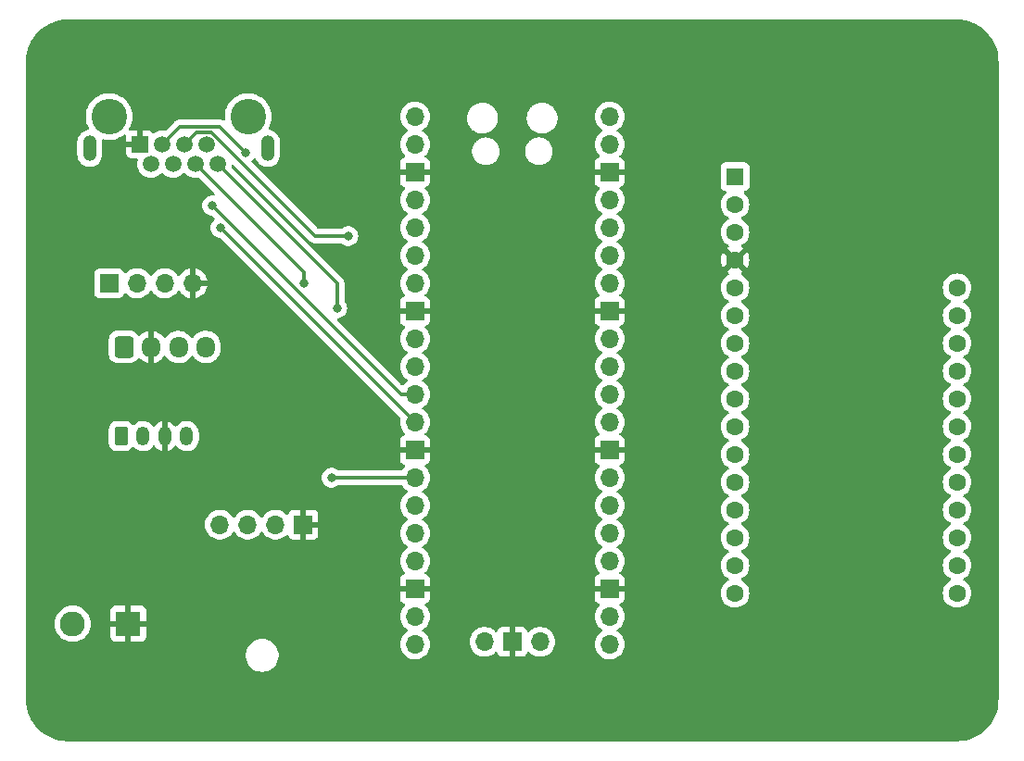
<source format=gbr>
G04 #@! TF.GenerationSoftware,KiCad,Pcbnew,7.0.1*
G04 #@! TF.CreationDate,2023-08-13T11:11:54-05:00*
G04 #@! TF.ProjectId,ControlInputTestRP2040Pico,436f6e74-726f-46c4-996e-707574546573,rev?*
G04 #@! TF.SameCoordinates,Original*
G04 #@! TF.FileFunction,Copper,L2,Bot*
G04 #@! TF.FilePolarity,Positive*
%FSLAX46Y46*%
G04 Gerber Fmt 4.6, Leading zero omitted, Abs format (unit mm)*
G04 Created by KiCad (PCBNEW 7.0.1) date 2023-08-13 11:11:54*
%MOMM*%
%LPD*%
G01*
G04 APERTURE LIST*
G04 Aperture macros list*
%AMRoundRect*
0 Rectangle with rounded corners*
0 $1 Rounding radius*
0 $2 $3 $4 $5 $6 $7 $8 $9 X,Y pos of 4 corners*
0 Add a 4 corners polygon primitive as box body*
4,1,4,$2,$3,$4,$5,$6,$7,$8,$9,$2,$3,0*
0 Add four circle primitives for the rounded corners*
1,1,$1+$1,$2,$3*
1,1,$1+$1,$4,$5*
1,1,$1+$1,$6,$7*
1,1,$1+$1,$8,$9*
0 Add four rect primitives between the rounded corners*
20,1,$1+$1,$2,$3,$4,$5,0*
20,1,$1+$1,$4,$5,$6,$7,0*
20,1,$1+$1,$6,$7,$8,$9,0*
20,1,$1+$1,$8,$9,$2,$3,0*%
G04 Aperture macros list end*
G04 #@! TA.AperFunction,ComponentPad*
%ADD10O,1.700000X1.700000*%
G04 #@! TD*
G04 #@! TA.AperFunction,ComponentPad*
%ADD11R,1.700000X1.700000*%
G04 #@! TD*
G04 #@! TA.AperFunction,ComponentPad*
%ADD12RoundRect,0.250000X-0.350000X-0.625000X0.350000X-0.625000X0.350000X0.625000X-0.350000X0.625000X0*%
G04 #@! TD*
G04 #@! TA.AperFunction,ComponentPad*
%ADD13O,1.200000X1.750000*%
G04 #@! TD*
G04 #@! TA.AperFunction,ComponentPad*
%ADD14RoundRect,0.250000X-0.600000X-0.725000X0.600000X-0.725000X0.600000X0.725000X-0.600000X0.725000X0*%
G04 #@! TD*
G04 #@! TA.AperFunction,ComponentPad*
%ADD15O,1.700000X1.950000*%
G04 #@! TD*
G04 #@! TA.AperFunction,ComponentPad*
%ADD16O,1.259000X2.362000*%
G04 #@! TD*
G04 #@! TA.AperFunction,ComponentPad*
%ADD17R,1.500000X1.500000*%
G04 #@! TD*
G04 #@! TA.AperFunction,ComponentPad*
%ADD18C,1.500000*%
G04 #@! TD*
G04 #@! TA.AperFunction,WasherPad*
%ADD19C,3.250000*%
G04 #@! TD*
G04 #@! TA.AperFunction,ComponentPad*
%ADD20C,2.286000*%
G04 #@! TD*
G04 #@! TA.AperFunction,ComponentPad*
%ADD21R,2.286000X2.286000*%
G04 #@! TD*
G04 #@! TA.AperFunction,ComponentPad*
%ADD22C,1.600000*%
G04 #@! TD*
G04 #@! TA.AperFunction,ComponentPad*
%ADD23R,1.600000X1.600000*%
G04 #@! TD*
G04 #@! TA.AperFunction,ViaPad*
%ADD24C,0.800000*%
G04 #@! TD*
G04 #@! TA.AperFunction,Conductor*
%ADD25C,0.300000*%
G04 #@! TD*
G04 #@! TA.AperFunction,Conductor*
%ADD26C,0.360000*%
G04 #@! TD*
G04 APERTURE END LIST*
D10*
X140970000Y-97790000D03*
X140970000Y-100330000D03*
D11*
X140970000Y-102870000D03*
D10*
X140970000Y-105410000D03*
X140970000Y-107950000D03*
X140970000Y-110490000D03*
X140970000Y-113030000D03*
D11*
X140970000Y-115570000D03*
D10*
X140970000Y-118110000D03*
X140970000Y-120650000D03*
X140970000Y-123190000D03*
X140970000Y-125730000D03*
D11*
X140970000Y-128270000D03*
D10*
X140970000Y-130810000D03*
X140970000Y-133350000D03*
X140970000Y-135890000D03*
X140970000Y-138430000D03*
D11*
X140970000Y-140970000D03*
D10*
X140970000Y-143510000D03*
X140970000Y-146050000D03*
X158750000Y-146050000D03*
X158750000Y-143510000D03*
D11*
X158750000Y-140970000D03*
D10*
X158750000Y-138430000D03*
X158750000Y-135890000D03*
X158750000Y-133350000D03*
X158750000Y-130810000D03*
D11*
X158750000Y-128270000D03*
D10*
X158750000Y-125730000D03*
X158750000Y-123190000D03*
X158750000Y-120650000D03*
X158750000Y-118110000D03*
D11*
X158750000Y-115570000D03*
D10*
X158750000Y-113030000D03*
X158750000Y-110490000D03*
X158750000Y-107950000D03*
X158750000Y-105410000D03*
D11*
X158750000Y-102870000D03*
D10*
X158750000Y-100330000D03*
X158750000Y-97790000D03*
X147320000Y-145820000D03*
D11*
X149860000Y-145820000D03*
D10*
X152400000Y-145820000D03*
D12*
X114110000Y-127000000D03*
D13*
X116110000Y-127000000D03*
X118110000Y-127000000D03*
X120110000Y-127000000D03*
D11*
X113030000Y-113030000D03*
D10*
X115570000Y-113030000D03*
X118110000Y-113030000D03*
X120650000Y-113030000D03*
D14*
X114360000Y-118855000D03*
D15*
X116860000Y-118855000D03*
X119360000Y-118855000D03*
X121860000Y-118855000D03*
D10*
X123151900Y-135107000D03*
X125691900Y-135107000D03*
X128231900Y-135107000D03*
D11*
X130771900Y-135107000D03*
D16*
X111250000Y-100691950D03*
X127510000Y-100691950D03*
D17*
X115830700Y-100330000D03*
D18*
X116850700Y-102110000D03*
X117860700Y-100330000D03*
X118880700Y-102110000D03*
X119890700Y-100330000D03*
X120910700Y-102110000D03*
X121920700Y-100330000D03*
X122940700Y-102110000D03*
D19*
X113030000Y-97790000D03*
X125730000Y-97790000D03*
D20*
X109701900Y-144167000D03*
D21*
X114781900Y-144167000D03*
D22*
X170207940Y-141378940D03*
X170207940Y-138838940D03*
X190507940Y-113438940D03*
X190507940Y-115978940D03*
X190507940Y-118518940D03*
X190507940Y-121058940D03*
X190507940Y-123598940D03*
X190507940Y-126138940D03*
X190507940Y-128678940D03*
X190507940Y-131218940D03*
X190507940Y-133758940D03*
X190507940Y-136298940D03*
X190507940Y-138838940D03*
X190507940Y-141378940D03*
D23*
X170207940Y-103278940D03*
D22*
X170207940Y-105818940D03*
X170207940Y-108358940D03*
X170207940Y-110898940D03*
X170207940Y-113438940D03*
X170207940Y-115978940D03*
X170207940Y-118518940D03*
X170207940Y-121058940D03*
X170207940Y-123598940D03*
X170207940Y-126138940D03*
X170207940Y-128678940D03*
X170207940Y-131218940D03*
X170207940Y-133758940D03*
X170207940Y-136298940D03*
D24*
X125476000Y-101092000D03*
X122428000Y-105918000D03*
X126238000Y-121920000D03*
X123190000Y-107950000D03*
X134874000Y-108712000D03*
X130810000Y-113030000D03*
X133858000Y-115316000D03*
X133350000Y-130810000D03*
D25*
X119460201Y-98730499D02*
X117860700Y-100330000D01*
X123114499Y-98730499D02*
X119460201Y-98730499D01*
X125476000Y-101092000D02*
X123114499Y-98730499D01*
X139700000Y-123190000D02*
X122428000Y-105918000D01*
X140970000Y-123190000D02*
X139700000Y-123190000D01*
X140970000Y-125730000D02*
X123190000Y-107950000D01*
X122376335Y-99230000D02*
X120990700Y-99230000D01*
X131858335Y-108712000D02*
X122376335Y-99230000D01*
X134874000Y-108712000D02*
X131858335Y-108712000D01*
X120990700Y-99230000D02*
X119890700Y-100330000D01*
D26*
X130810000Y-113030000D02*
X130810000Y-112009300D01*
D25*
X133858000Y-115316000D02*
X133858000Y-113027300D01*
X133858000Y-113027300D02*
X122940700Y-102110000D01*
D26*
X130810000Y-112009300D02*
X120910700Y-102110000D01*
D25*
X133350000Y-130810000D02*
X140970000Y-130810000D01*
G04 #@! TA.AperFunction,Conductor*
G36*
X190503094Y-88925652D02*
G01*
X190864766Y-88943419D01*
X190877065Y-88944630D01*
X191232202Y-88997310D01*
X191244312Y-88999719D01*
X191592582Y-89086956D01*
X191604405Y-89090543D01*
X191942436Y-89211493D01*
X191953860Y-89216224D01*
X192278406Y-89369723D01*
X192289311Y-89375552D01*
X192597249Y-89560122D01*
X192607530Y-89566992D01*
X192895895Y-89780859D01*
X192905441Y-89788693D01*
X193171465Y-90029802D01*
X193180197Y-90038534D01*
X193264120Y-90131129D01*
X193421301Y-90304552D01*
X193429145Y-90314110D01*
X193643007Y-90602469D01*
X193649877Y-90612750D01*
X193834447Y-90920688D01*
X193840276Y-90931593D01*
X193993775Y-91256139D01*
X193998506Y-91267563D01*
X194119456Y-91605594D01*
X194123046Y-91617427D01*
X194210278Y-91965678D01*
X194212690Y-91977805D01*
X194265368Y-92332931D01*
X194266580Y-92345236D01*
X194284348Y-92706905D01*
X194284500Y-92713088D01*
X194284500Y-151126912D01*
X194284348Y-151133095D01*
X194266580Y-151494763D01*
X194265368Y-151507068D01*
X194212690Y-151862194D01*
X194210278Y-151874321D01*
X194123046Y-152222572D01*
X194119456Y-152234405D01*
X193998506Y-152572436D01*
X193993775Y-152583860D01*
X193840276Y-152908406D01*
X193834447Y-152919311D01*
X193649877Y-153227249D01*
X193643007Y-153237530D01*
X193429145Y-153525889D01*
X193421301Y-153535447D01*
X193180203Y-153801459D01*
X193171459Y-153810203D01*
X192905447Y-154051301D01*
X192895889Y-154059145D01*
X192607530Y-154273007D01*
X192597249Y-154279877D01*
X192289311Y-154464447D01*
X192278406Y-154470276D01*
X191953860Y-154623775D01*
X191942436Y-154628506D01*
X191604405Y-154749456D01*
X191592572Y-154753046D01*
X191244321Y-154840278D01*
X191232194Y-154842690D01*
X190877068Y-154895368D01*
X190864763Y-154896580D01*
X190523360Y-154913352D01*
X190503093Y-154914348D01*
X190496912Y-154914500D01*
X109223088Y-154914500D01*
X109216906Y-154914348D01*
X109195293Y-154913286D01*
X108855236Y-154896580D01*
X108842931Y-154895368D01*
X108487805Y-154842690D01*
X108475678Y-154840278D01*
X108127427Y-154753046D01*
X108115594Y-154749456D01*
X107777563Y-154628506D01*
X107766139Y-154623775D01*
X107441593Y-154470276D01*
X107430688Y-154464447D01*
X107122750Y-154279877D01*
X107112469Y-154273007D01*
X106824110Y-154059145D01*
X106814552Y-154051301D01*
X106548534Y-153810197D01*
X106539802Y-153801465D01*
X106298693Y-153535441D01*
X106290854Y-153525889D01*
X106076992Y-153237530D01*
X106070122Y-153227249D01*
X105885552Y-152919311D01*
X105879723Y-152908406D01*
X105726224Y-152583860D01*
X105721493Y-152572436D01*
X105600543Y-152234405D01*
X105596956Y-152222582D01*
X105509719Y-151874312D01*
X105507309Y-151862194D01*
X105482280Y-151693464D01*
X105454630Y-151507065D01*
X105453419Y-151494762D01*
X105444756Y-151318426D01*
X105435652Y-151133094D01*
X105435500Y-151126912D01*
X105435500Y-147190335D01*
X125499500Y-147190335D01*
X125540429Y-147435614D01*
X125540430Y-147435616D01*
X125621170Y-147670806D01*
X125739527Y-147889510D01*
X125892262Y-148085744D01*
X126075217Y-148254166D01*
X126283389Y-148390171D01*
X126283391Y-148390172D01*
X126283393Y-148390173D01*
X126511119Y-148490063D01*
X126752179Y-148551108D01*
X126937933Y-148566500D01*
X127062062Y-148566500D01*
X127062067Y-148566500D01*
X127247821Y-148551108D01*
X127488881Y-148490063D01*
X127716607Y-148390173D01*
X127924785Y-148254164D01*
X128107738Y-148085744D01*
X128260474Y-147889509D01*
X128378828Y-147670810D01*
X128459571Y-147435614D01*
X128500500Y-147190335D01*
X128500500Y-146941665D01*
X128459571Y-146696386D01*
X128378828Y-146461190D01*
X128260474Y-146242491D01*
X128110652Y-146050000D01*
X139606844Y-146050000D01*
X139625436Y-146274368D01*
X139625436Y-146274371D01*
X139625437Y-146274372D01*
X139680702Y-146492611D01*
X139771139Y-146698790D01*
X139852230Y-146822909D01*
X139894278Y-146887268D01*
X139944354Y-146941665D01*
X140046762Y-147052908D01*
X140224421Y-147191187D01*
X140224424Y-147191189D01*
X140422426Y-147298342D01*
X140635365Y-147371444D01*
X140857431Y-147408500D01*
X141082566Y-147408500D01*
X141082569Y-147408500D01*
X141304635Y-147371444D01*
X141517574Y-147298342D01*
X141715576Y-147191189D01*
X141893240Y-147052906D01*
X142045722Y-146887268D01*
X142168860Y-146698791D01*
X142259296Y-146492616D01*
X142314564Y-146274368D01*
X142333156Y-146050000D01*
X142314564Y-145825632D01*
X142313138Y-145820000D01*
X145956844Y-145820000D01*
X145975436Y-146044368D01*
X145975436Y-146044371D01*
X145975437Y-146044372D01*
X146030702Y-146262611D01*
X146121139Y-146468790D01*
X146244278Y-146657268D01*
X146303707Y-146721825D01*
X146396762Y-146822908D01*
X146574421Y-146961187D01*
X146574424Y-146961189D01*
X146772426Y-147068342D01*
X146985365Y-147141444D01*
X147207431Y-147178500D01*
X147432566Y-147178500D01*
X147432569Y-147178500D01*
X147654635Y-147141444D01*
X147867574Y-147068342D01*
X148065576Y-146961189D01*
X148243240Y-146822906D01*
X148304627Y-146756222D01*
X148358096Y-146721825D01*
X148421557Y-146717914D01*
X148478849Y-146745490D01*
X148515381Y-146797529D01*
X148559554Y-146915963D01*
X148647095Y-147032904D01*
X148764037Y-147120445D01*
X148900906Y-147171494D01*
X148961411Y-147178000D01*
X149606000Y-147178000D01*
X150114000Y-147178000D01*
X150758589Y-147178000D01*
X150819093Y-147171494D01*
X150955962Y-147120445D01*
X151072904Y-147032904D01*
X151160445Y-146915962D01*
X151204618Y-146797530D01*
X151241150Y-146745490D01*
X151298441Y-146717914D01*
X151361903Y-146721824D01*
X151415373Y-146756222D01*
X151453399Y-146797529D01*
X151476762Y-146822908D01*
X151654421Y-146961187D01*
X151654424Y-146961189D01*
X151852426Y-147068342D01*
X152065365Y-147141444D01*
X152287431Y-147178500D01*
X152512566Y-147178500D01*
X152512569Y-147178500D01*
X152734635Y-147141444D01*
X152947574Y-147068342D01*
X153145576Y-146961189D01*
X153323240Y-146822906D01*
X153475722Y-146657268D01*
X153598860Y-146468791D01*
X153689296Y-146262616D01*
X153743138Y-146050000D01*
X157386844Y-146050000D01*
X157405436Y-146274368D01*
X157405436Y-146274371D01*
X157405437Y-146274372D01*
X157460702Y-146492611D01*
X157551139Y-146698790D01*
X157632230Y-146822909D01*
X157674278Y-146887268D01*
X157724354Y-146941665D01*
X157826762Y-147052908D01*
X158004421Y-147191187D01*
X158004424Y-147191189D01*
X158202426Y-147298342D01*
X158415365Y-147371444D01*
X158637431Y-147408500D01*
X158862566Y-147408500D01*
X158862569Y-147408500D01*
X159084635Y-147371444D01*
X159297574Y-147298342D01*
X159495576Y-147191189D01*
X159673240Y-147052906D01*
X159825722Y-146887268D01*
X159948860Y-146698791D01*
X160039296Y-146492616D01*
X160094564Y-146274368D01*
X160113156Y-146050000D01*
X160094564Y-145825632D01*
X160039296Y-145607384D01*
X159948860Y-145401209D01*
X159825722Y-145212732D01*
X159673240Y-145047094D01*
X159673239Y-145047093D01*
X159673237Y-145047091D01*
X159495579Y-144908813D01*
X159495577Y-144908812D01*
X159495576Y-144908811D01*
X159462317Y-144890812D01*
X159414047Y-144844498D01*
X159396288Y-144780000D01*
X159414047Y-144715502D01*
X159462317Y-144669187D01*
X159495576Y-144651189D01*
X159673240Y-144512906D01*
X159825722Y-144347268D01*
X159948860Y-144158791D01*
X160039296Y-143952616D01*
X160094564Y-143734368D01*
X160113156Y-143510000D01*
X160094564Y-143285632D01*
X160039296Y-143067384D01*
X159948860Y-142861209D01*
X159825722Y-142672732D01*
X159682157Y-142516780D01*
X159652921Y-142463178D01*
X159652318Y-142402122D01*
X159680493Y-142347951D01*
X159730827Y-142313388D01*
X159845963Y-142270445D01*
X159962904Y-142182904D01*
X160050445Y-142065962D01*
X160101494Y-141929093D01*
X160108000Y-141868589D01*
X160108000Y-141378940D01*
X168894442Y-141378940D01*
X168914397Y-141607027D01*
X168973655Y-141828183D01*
X169070417Y-142035690D01*
X169201744Y-142223243D01*
X169363636Y-142385135D01*
X169551189Y-142516462D01*
X169758696Y-142613224D01*
X169817955Y-142629102D01*
X169979853Y-142672483D01*
X170207940Y-142692438D01*
X170436027Y-142672483D01*
X170657183Y-142613224D01*
X170864689Y-142516463D01*
X171052240Y-142385138D01*
X171214138Y-142223240D01*
X171345463Y-142035689D01*
X171442224Y-141828183D01*
X171501483Y-141607027D01*
X171521438Y-141378940D01*
X189194442Y-141378940D01*
X189214397Y-141607027D01*
X189273655Y-141828183D01*
X189370417Y-142035690D01*
X189501744Y-142223243D01*
X189663636Y-142385135D01*
X189851189Y-142516462D01*
X190058696Y-142613224D01*
X190117955Y-142629102D01*
X190279853Y-142672483D01*
X190507940Y-142692438D01*
X190736027Y-142672483D01*
X190957183Y-142613224D01*
X191164689Y-142516463D01*
X191352240Y-142385138D01*
X191514138Y-142223240D01*
X191645463Y-142035689D01*
X191742224Y-141828183D01*
X191801483Y-141607027D01*
X191821438Y-141378940D01*
X191801483Y-141150853D01*
X191742224Y-140929697D01*
X191645463Y-140722191D01*
X191514138Y-140534640D01*
X191514137Y-140534639D01*
X191514135Y-140534636D01*
X191352243Y-140372744D01*
X191164687Y-140241415D01*
X191125481Y-140223133D01*
X191072464Y-140176637D01*
X191052732Y-140108937D01*
X191072466Y-140041237D01*
X191125482Y-139994745D01*
X191164689Y-139976463D01*
X191352240Y-139845138D01*
X191514138Y-139683240D01*
X191645463Y-139495689D01*
X191742224Y-139288183D01*
X191801483Y-139067027D01*
X191821438Y-138838940D01*
X191801483Y-138610853D01*
X191742224Y-138389697D01*
X191645463Y-138182191D01*
X191514138Y-137994640D01*
X191514137Y-137994639D01*
X191514135Y-137994636D01*
X191352243Y-137832744D01*
X191164688Y-137701416D01*
X191125483Y-137683135D01*
X191072465Y-137636640D01*
X191052732Y-137568940D01*
X191072465Y-137501240D01*
X191125483Y-137454745D01*
X191130103Y-137452590D01*
X191164689Y-137436463D01*
X191352240Y-137305138D01*
X191514138Y-137143240D01*
X191645463Y-136955689D01*
X191742224Y-136748183D01*
X191801483Y-136527027D01*
X191821438Y-136298940D01*
X191801483Y-136070853D01*
X191742224Y-135849697D01*
X191703409Y-135766458D01*
X191645462Y-135642189D01*
X191514135Y-135454636D01*
X191352243Y-135292744D01*
X191164688Y-135161416D01*
X191125483Y-135143135D01*
X191072465Y-135096640D01*
X191052732Y-135028940D01*
X191072465Y-134961240D01*
X191125483Y-134914745D01*
X191130103Y-134912590D01*
X191164689Y-134896463D01*
X191352240Y-134765138D01*
X191514138Y-134603240D01*
X191645463Y-134415689D01*
X191742224Y-134208183D01*
X191801483Y-133987027D01*
X191821438Y-133758940D01*
X191801483Y-133530853D01*
X191742224Y-133309697D01*
X191645463Y-133102191D01*
X191514138Y-132914640D01*
X191514137Y-132914639D01*
X191514135Y-132914636D01*
X191352243Y-132752744D01*
X191164687Y-132621415D01*
X191125481Y-132603133D01*
X191072464Y-132556637D01*
X191052732Y-132488937D01*
X191072466Y-132421237D01*
X191125482Y-132374745D01*
X191164689Y-132356463D01*
X191352240Y-132225138D01*
X191514138Y-132063240D01*
X191645463Y-131875689D01*
X191742224Y-131668183D01*
X191801483Y-131447027D01*
X191821438Y-131218940D01*
X191801483Y-130990853D01*
X191742224Y-130769697D01*
X191645463Y-130562191D01*
X191514138Y-130374640D01*
X191514137Y-130374639D01*
X191514135Y-130374636D01*
X191352243Y-130212744D01*
X191164688Y-130081416D01*
X191125483Y-130063135D01*
X191072465Y-130016640D01*
X191052732Y-129948940D01*
X191072465Y-129881240D01*
X191125483Y-129834745D01*
X191130103Y-129832590D01*
X191164689Y-129816463D01*
X191352240Y-129685138D01*
X191514138Y-129523240D01*
X191645463Y-129335689D01*
X191742224Y-129128183D01*
X191801483Y-128907027D01*
X191821438Y-128678940D01*
X191801483Y-128450853D01*
X191742224Y-128229697D01*
X191739581Y-128224030D01*
X191645462Y-128022189D01*
X191543817Y-127877026D01*
X191514138Y-127834640D01*
X191514137Y-127834639D01*
X191514135Y-127834636D01*
X191352243Y-127672744D01*
X191164687Y-127541415D01*
X191125481Y-127523133D01*
X191072464Y-127476637D01*
X191052732Y-127408937D01*
X191072466Y-127341237D01*
X191125482Y-127294745D01*
X191164689Y-127276463D01*
X191352240Y-127145138D01*
X191514138Y-126983240D01*
X191645463Y-126795689D01*
X191742224Y-126588183D01*
X191801483Y-126367027D01*
X191821438Y-126138940D01*
X191801483Y-125910853D01*
X191753023Y-125729999D01*
X191742224Y-125689696D01*
X191645462Y-125482189D01*
X191556314Y-125354873D01*
X191514138Y-125294640D01*
X191514137Y-125294639D01*
X191514135Y-125294636D01*
X191352243Y-125132744D01*
X191164688Y-125001416D01*
X191125483Y-124983135D01*
X191072465Y-124936640D01*
X191052732Y-124868940D01*
X191072465Y-124801240D01*
X191125483Y-124754745D01*
X191130103Y-124752590D01*
X191164689Y-124736463D01*
X191352240Y-124605138D01*
X191514138Y-124443240D01*
X191645463Y-124255689D01*
X191742224Y-124048183D01*
X191801483Y-123827027D01*
X191821438Y-123598940D01*
X191801483Y-123370853D01*
X191742224Y-123149697D01*
X191645463Y-122942191D01*
X191514138Y-122754640D01*
X191514137Y-122754639D01*
X191514135Y-122754636D01*
X191352243Y-122592744D01*
X191164688Y-122461416D01*
X191125483Y-122443135D01*
X191072465Y-122396640D01*
X191052732Y-122328940D01*
X191072465Y-122261240D01*
X191125483Y-122214745D01*
X191130103Y-122212590D01*
X191164689Y-122196463D01*
X191352240Y-122065138D01*
X191514138Y-121903240D01*
X191645463Y-121715689D01*
X191742224Y-121508183D01*
X191801483Y-121287027D01*
X191821438Y-121058940D01*
X191801483Y-120830853D01*
X191742224Y-120609697D01*
X191645463Y-120402191D01*
X191514138Y-120214640D01*
X191514137Y-120214639D01*
X191514135Y-120214636D01*
X191352243Y-120052744D01*
X191164688Y-119921416D01*
X191125483Y-119903135D01*
X191072465Y-119856640D01*
X191052732Y-119788940D01*
X191072465Y-119721240D01*
X191125483Y-119674745D01*
X191134061Y-119670745D01*
X191164689Y-119656463D01*
X191352240Y-119525138D01*
X191514138Y-119363240D01*
X191645463Y-119175689D01*
X191742224Y-118968183D01*
X191801483Y-118747027D01*
X191821438Y-118518940D01*
X191801483Y-118290853D01*
X191742224Y-118069697D01*
X191740066Y-118065070D01*
X191645462Y-117862189D01*
X191514135Y-117674636D01*
X191352243Y-117512744D01*
X191164688Y-117381416D01*
X191125483Y-117363135D01*
X191072465Y-117316640D01*
X191052732Y-117248940D01*
X191072465Y-117181240D01*
X191125483Y-117134745D01*
X191130103Y-117132590D01*
X191164689Y-117116463D01*
X191352240Y-116985138D01*
X191514138Y-116823240D01*
X191645463Y-116635689D01*
X191742224Y-116428183D01*
X191801483Y-116207027D01*
X191821438Y-115978940D01*
X191801483Y-115750853D01*
X191742224Y-115529697D01*
X191731140Y-115505928D01*
X191645462Y-115322189D01*
X191514135Y-115134636D01*
X191352243Y-114972744D01*
X191164688Y-114841416D01*
X191125483Y-114823135D01*
X191072465Y-114776640D01*
X191052732Y-114708940D01*
X191072465Y-114641240D01*
X191125483Y-114594745D01*
X191130103Y-114592590D01*
X191164689Y-114576463D01*
X191352240Y-114445138D01*
X191514138Y-114283240D01*
X191645463Y-114095689D01*
X191742224Y-113888183D01*
X191801483Y-113667027D01*
X191821438Y-113438940D01*
X191801483Y-113210853D01*
X191742224Y-112989697D01*
X191738395Y-112981486D01*
X191645462Y-112782189D01*
X191557757Y-112656935D01*
X191514138Y-112594640D01*
X191514137Y-112594639D01*
X191514135Y-112594636D01*
X191352243Y-112432744D01*
X191164690Y-112301417D01*
X190957183Y-112204655D01*
X190736027Y-112145397D01*
X190507940Y-112125442D01*
X190279852Y-112145397D01*
X190058696Y-112204655D01*
X189851189Y-112301417D01*
X189663636Y-112432744D01*
X189501744Y-112594636D01*
X189370417Y-112782189D01*
X189273655Y-112989696D01*
X189214397Y-113210852D01*
X189194442Y-113438940D01*
X189214397Y-113667027D01*
X189273655Y-113888183D01*
X189370417Y-114095690D01*
X189501744Y-114283243D01*
X189663636Y-114445135D01*
X189663639Y-114445137D01*
X189663640Y-114445138D01*
X189851191Y-114576463D01*
X189890397Y-114594745D01*
X189943413Y-114641238D01*
X189963147Y-114708937D01*
X189943415Y-114776637D01*
X189890399Y-114823133D01*
X189851191Y-114841416D01*
X189663636Y-114972744D01*
X189501744Y-115134636D01*
X189370417Y-115322189D01*
X189273655Y-115529696D01*
X189214397Y-115750852D01*
X189194442Y-115978940D01*
X189214397Y-116207027D01*
X189273655Y-116428183D01*
X189370417Y-116635690D01*
X189501744Y-116823243D01*
X189663636Y-116985135D01*
X189663639Y-116985137D01*
X189663640Y-116985138D01*
X189851191Y-117116463D01*
X189886299Y-117132834D01*
X189890397Y-117134745D01*
X189943414Y-117181240D01*
X189963147Y-117248940D01*
X189943414Y-117316640D01*
X189890397Y-117363135D01*
X189851190Y-117381417D01*
X189663636Y-117512744D01*
X189501744Y-117674636D01*
X189370417Y-117862189D01*
X189273655Y-118069696D01*
X189214397Y-118290852D01*
X189194442Y-118518940D01*
X189214397Y-118747027D01*
X189273655Y-118968183D01*
X189370417Y-119175690D01*
X189501744Y-119363243D01*
X189663636Y-119525135D01*
X189663639Y-119525137D01*
X189663640Y-119525138D01*
X189851191Y-119656463D01*
X189881819Y-119670745D01*
X189890397Y-119674745D01*
X189943414Y-119721240D01*
X189963147Y-119788940D01*
X189943414Y-119856640D01*
X189890397Y-119903135D01*
X189851190Y-119921417D01*
X189663636Y-120052744D01*
X189501744Y-120214636D01*
X189370417Y-120402189D01*
X189273655Y-120609696D01*
X189214397Y-120830852D01*
X189194442Y-121058940D01*
X189214397Y-121287027D01*
X189273655Y-121508183D01*
X189370417Y-121715690D01*
X189501744Y-121903243D01*
X189663636Y-122065135D01*
X189663639Y-122065137D01*
X189663640Y-122065138D01*
X189851191Y-122196463D01*
X189886299Y-122212834D01*
X189890397Y-122214745D01*
X189943414Y-122261240D01*
X189963147Y-122328940D01*
X189943414Y-122396640D01*
X189890397Y-122443135D01*
X189851190Y-122461417D01*
X189663636Y-122592744D01*
X189501744Y-122754636D01*
X189370417Y-122942189D01*
X189273655Y-123149696D01*
X189214397Y-123370852D01*
X189194442Y-123598940D01*
X189214397Y-123827027D01*
X189273655Y-124048183D01*
X189370417Y-124255690D01*
X189501744Y-124443243D01*
X189663636Y-124605135D01*
X189663639Y-124605137D01*
X189663640Y-124605138D01*
X189851191Y-124736463D01*
X189886299Y-124752834D01*
X189890397Y-124754745D01*
X189943414Y-124801240D01*
X189963147Y-124868940D01*
X189943414Y-124936640D01*
X189890397Y-124983135D01*
X189851190Y-125001417D01*
X189663636Y-125132744D01*
X189501744Y-125294636D01*
X189370417Y-125482189D01*
X189273655Y-125689696D01*
X189214397Y-125910852D01*
X189194442Y-126138940D01*
X189214397Y-126367027D01*
X189273655Y-126588183D01*
X189370417Y-126795690D01*
X189501744Y-126983243D01*
X189663636Y-127145135D01*
X189663639Y-127145137D01*
X189663640Y-127145138D01*
X189851191Y-127276463D01*
X189886299Y-127292834D01*
X189890397Y-127294745D01*
X189943414Y-127341240D01*
X189963147Y-127408940D01*
X189943414Y-127476640D01*
X189890397Y-127523135D01*
X189851190Y-127541417D01*
X189663636Y-127672744D01*
X189501744Y-127834636D01*
X189370417Y-128022189D01*
X189273655Y-128229696D01*
X189214397Y-128450852D01*
X189194442Y-128678940D01*
X189214397Y-128907027D01*
X189273655Y-129128183D01*
X189370417Y-129335690D01*
X189501744Y-129523243D01*
X189663636Y-129685135D01*
X189663639Y-129685137D01*
X189663640Y-129685138D01*
X189851191Y-129816463D01*
X189886299Y-129832834D01*
X189890397Y-129834745D01*
X189943414Y-129881240D01*
X189963147Y-129948940D01*
X189943414Y-130016640D01*
X189890397Y-130063135D01*
X189851190Y-130081417D01*
X189663636Y-130212744D01*
X189501744Y-130374636D01*
X189370417Y-130562189D01*
X189273655Y-130769696D01*
X189214397Y-130990852D01*
X189194442Y-131218940D01*
X189214397Y-131447027D01*
X189273655Y-131668183D01*
X189370417Y-131875690D01*
X189501744Y-132063243D01*
X189663636Y-132225135D01*
X189663639Y-132225137D01*
X189663640Y-132225138D01*
X189851191Y-132356463D01*
X189886299Y-132372834D01*
X189890397Y-132374745D01*
X189943414Y-132421240D01*
X189963147Y-132488940D01*
X189943414Y-132556640D01*
X189890397Y-132603135D01*
X189851190Y-132621417D01*
X189663636Y-132752744D01*
X189501744Y-132914636D01*
X189370417Y-133102189D01*
X189273655Y-133309696D01*
X189214397Y-133530852D01*
X189194442Y-133758940D01*
X189214397Y-133987027D01*
X189273655Y-134208183D01*
X189370417Y-134415690D01*
X189501744Y-134603243D01*
X189663636Y-134765135D01*
X189663639Y-134765137D01*
X189663640Y-134765138D01*
X189851191Y-134896463D01*
X189886299Y-134912834D01*
X189890397Y-134914745D01*
X189943414Y-134961240D01*
X189963147Y-135028940D01*
X189943414Y-135096640D01*
X189890397Y-135143135D01*
X189851190Y-135161417D01*
X189663636Y-135292744D01*
X189501744Y-135454636D01*
X189370417Y-135642189D01*
X189273655Y-135849696D01*
X189214397Y-136070852D01*
X189194442Y-136298940D01*
X189214397Y-136527027D01*
X189273655Y-136748183D01*
X189370417Y-136955690D01*
X189501744Y-137143243D01*
X189663636Y-137305135D01*
X189663639Y-137305137D01*
X189663640Y-137305138D01*
X189851191Y-137436463D01*
X189890397Y-137454745D01*
X189943413Y-137501238D01*
X189963147Y-137568937D01*
X189943415Y-137636637D01*
X189890399Y-137683133D01*
X189851191Y-137701416D01*
X189663636Y-137832744D01*
X189501744Y-137994636D01*
X189370417Y-138182189D01*
X189273655Y-138389696D01*
X189214397Y-138610852D01*
X189194442Y-138838940D01*
X189214397Y-139067027D01*
X189273655Y-139288183D01*
X189370417Y-139495690D01*
X189501744Y-139683243D01*
X189663636Y-139845135D01*
X189663639Y-139845137D01*
X189663640Y-139845138D01*
X189851191Y-139976463D01*
X189886299Y-139992834D01*
X189890397Y-139994745D01*
X189943414Y-140041240D01*
X189963147Y-140108940D01*
X189943414Y-140176640D01*
X189890397Y-140223135D01*
X189851190Y-140241417D01*
X189663636Y-140372744D01*
X189501744Y-140534636D01*
X189370417Y-140722189D01*
X189273655Y-140929696D01*
X189214397Y-141150852D01*
X189194442Y-141378940D01*
X171521438Y-141378940D01*
X171501483Y-141150853D01*
X171442224Y-140929697D01*
X171345463Y-140722191D01*
X171214138Y-140534640D01*
X171214137Y-140534639D01*
X171214135Y-140534636D01*
X171052243Y-140372744D01*
X170864687Y-140241415D01*
X170825481Y-140223133D01*
X170772464Y-140176637D01*
X170752732Y-140108937D01*
X170772466Y-140041237D01*
X170825482Y-139994745D01*
X170864689Y-139976463D01*
X171052240Y-139845138D01*
X171214138Y-139683240D01*
X171345463Y-139495689D01*
X171442224Y-139288183D01*
X171501483Y-139067027D01*
X171521438Y-138838940D01*
X171501483Y-138610853D01*
X171442224Y-138389697D01*
X171345463Y-138182191D01*
X171214138Y-137994640D01*
X171214137Y-137994639D01*
X171214135Y-137994636D01*
X171052243Y-137832744D01*
X170864688Y-137701416D01*
X170825483Y-137683135D01*
X170772465Y-137636640D01*
X170752732Y-137568940D01*
X170772465Y-137501240D01*
X170825483Y-137454745D01*
X170830103Y-137452590D01*
X170864689Y-137436463D01*
X171052240Y-137305138D01*
X171214138Y-137143240D01*
X171345463Y-136955689D01*
X171442224Y-136748183D01*
X171501483Y-136527027D01*
X171521438Y-136298940D01*
X171501483Y-136070853D01*
X171442224Y-135849697D01*
X171403409Y-135766458D01*
X171345462Y-135642189D01*
X171214135Y-135454636D01*
X171052243Y-135292744D01*
X170864688Y-135161416D01*
X170825483Y-135143135D01*
X170772465Y-135096640D01*
X170752732Y-135028940D01*
X170772465Y-134961240D01*
X170825483Y-134914745D01*
X170830103Y-134912590D01*
X170864689Y-134896463D01*
X171052240Y-134765138D01*
X171214138Y-134603240D01*
X171345463Y-134415689D01*
X171442224Y-134208183D01*
X171501483Y-133987027D01*
X171521438Y-133758940D01*
X171501483Y-133530853D01*
X171442224Y-133309697D01*
X171345463Y-133102191D01*
X171214138Y-132914640D01*
X171214137Y-132914639D01*
X171214135Y-132914636D01*
X171052243Y-132752744D01*
X170864687Y-132621415D01*
X170825481Y-132603133D01*
X170772464Y-132556637D01*
X170752732Y-132488937D01*
X170772466Y-132421237D01*
X170825482Y-132374745D01*
X170864689Y-132356463D01*
X171052240Y-132225138D01*
X171214138Y-132063240D01*
X171345463Y-131875689D01*
X171442224Y-131668183D01*
X171501483Y-131447027D01*
X171521438Y-131218940D01*
X171501483Y-130990853D01*
X171442224Y-130769697D01*
X171345463Y-130562191D01*
X171214138Y-130374640D01*
X171214137Y-130374639D01*
X171214135Y-130374636D01*
X171052243Y-130212744D01*
X170864688Y-130081416D01*
X170825483Y-130063135D01*
X170772465Y-130016640D01*
X170752732Y-129948940D01*
X170772465Y-129881240D01*
X170825483Y-129834745D01*
X170830103Y-129832590D01*
X170864689Y-129816463D01*
X171052240Y-129685138D01*
X171214138Y-129523240D01*
X171345463Y-129335689D01*
X171442224Y-129128183D01*
X171501483Y-128907027D01*
X171521438Y-128678940D01*
X171501483Y-128450853D01*
X171442224Y-128229697D01*
X171439581Y-128224030D01*
X171345462Y-128022189D01*
X171243817Y-127877026D01*
X171214138Y-127834640D01*
X171214137Y-127834639D01*
X171214135Y-127834636D01*
X171052243Y-127672744D01*
X170864687Y-127541415D01*
X170825481Y-127523133D01*
X170772464Y-127476637D01*
X170752732Y-127408937D01*
X170772466Y-127341237D01*
X170825482Y-127294745D01*
X170864689Y-127276463D01*
X171052240Y-127145138D01*
X171214138Y-126983240D01*
X171345463Y-126795689D01*
X171442224Y-126588183D01*
X171501483Y-126367027D01*
X171521438Y-126138940D01*
X171501483Y-125910853D01*
X171453023Y-125729999D01*
X171442224Y-125689696D01*
X171345462Y-125482189D01*
X171256314Y-125354873D01*
X171214138Y-125294640D01*
X171214137Y-125294639D01*
X171214135Y-125294636D01*
X171052243Y-125132744D01*
X170864688Y-125001416D01*
X170825483Y-124983135D01*
X170772465Y-124936640D01*
X170752732Y-124868940D01*
X170772465Y-124801240D01*
X170825483Y-124754745D01*
X170830103Y-124752590D01*
X170864689Y-124736463D01*
X171052240Y-124605138D01*
X171214138Y-124443240D01*
X171345463Y-124255689D01*
X171442224Y-124048183D01*
X171501483Y-123827027D01*
X171521438Y-123598940D01*
X171501483Y-123370853D01*
X171442224Y-123149697D01*
X171345463Y-122942191D01*
X171214138Y-122754640D01*
X171214137Y-122754639D01*
X171214135Y-122754636D01*
X171052243Y-122592744D01*
X170864688Y-122461416D01*
X170825483Y-122443135D01*
X170772465Y-122396640D01*
X170752732Y-122328940D01*
X170772465Y-122261240D01*
X170825483Y-122214745D01*
X170830103Y-122212590D01*
X170864689Y-122196463D01*
X171052240Y-122065138D01*
X171214138Y-121903240D01*
X171345463Y-121715689D01*
X171442224Y-121508183D01*
X171501483Y-121287027D01*
X171521438Y-121058940D01*
X171501483Y-120830853D01*
X171442224Y-120609697D01*
X171345463Y-120402191D01*
X171214138Y-120214640D01*
X171214137Y-120214639D01*
X171214135Y-120214636D01*
X171052243Y-120052744D01*
X170864688Y-119921416D01*
X170825483Y-119903135D01*
X170772465Y-119856640D01*
X170752732Y-119788940D01*
X170772465Y-119721240D01*
X170825483Y-119674745D01*
X170834061Y-119670745D01*
X170864689Y-119656463D01*
X171052240Y-119525138D01*
X171214138Y-119363240D01*
X171345463Y-119175689D01*
X171442224Y-118968183D01*
X171501483Y-118747027D01*
X171521438Y-118518940D01*
X171501483Y-118290853D01*
X171442224Y-118069697D01*
X171440066Y-118065070D01*
X171345462Y-117862189D01*
X171214135Y-117674636D01*
X171052243Y-117512744D01*
X170864688Y-117381416D01*
X170825483Y-117363135D01*
X170772465Y-117316640D01*
X170752732Y-117248940D01*
X170772465Y-117181240D01*
X170825483Y-117134745D01*
X170830103Y-117132590D01*
X170864689Y-117116463D01*
X171052240Y-116985138D01*
X171214138Y-116823240D01*
X171345463Y-116635689D01*
X171442224Y-116428183D01*
X171501483Y-116207027D01*
X171521438Y-115978940D01*
X171501483Y-115750853D01*
X171442224Y-115529697D01*
X171431140Y-115505928D01*
X171345462Y-115322189D01*
X171214135Y-115134636D01*
X171052243Y-114972744D01*
X170864688Y-114841416D01*
X170825483Y-114823135D01*
X170772465Y-114776640D01*
X170752732Y-114708940D01*
X170772465Y-114641240D01*
X170825483Y-114594745D01*
X170830103Y-114592590D01*
X170864689Y-114576463D01*
X171052240Y-114445138D01*
X171214138Y-114283240D01*
X171345463Y-114095689D01*
X171442224Y-113888183D01*
X171501483Y-113667027D01*
X171521438Y-113438940D01*
X171501483Y-113210853D01*
X171442224Y-112989697D01*
X171438395Y-112981486D01*
X171345462Y-112782189D01*
X171257757Y-112656935D01*
X171214138Y-112594640D01*
X171214137Y-112594639D01*
X171214135Y-112594636D01*
X171052243Y-112432744D01*
X170864688Y-112301416D01*
X170824891Y-112282859D01*
X170771873Y-112236364D01*
X170752140Y-112168664D01*
X170771873Y-112100964D01*
X170824891Y-112054469D01*
X170864437Y-112036028D01*
X170935828Y-111986039D01*
X170935828Y-111986037D01*
X170207941Y-111258150D01*
X170207940Y-111258150D01*
X169480050Y-111986038D01*
X169480050Y-111986040D01*
X169551437Y-112036025D01*
X169590989Y-112054469D01*
X169644006Y-112100964D01*
X169663739Y-112168664D01*
X169644006Y-112236364D01*
X169590989Y-112282859D01*
X169551190Y-112301417D01*
X169363636Y-112432744D01*
X169201744Y-112594636D01*
X169070417Y-112782189D01*
X168973655Y-112989696D01*
X168914397Y-113210852D01*
X168894442Y-113438940D01*
X168914397Y-113667027D01*
X168973655Y-113888183D01*
X169070417Y-114095690D01*
X169201744Y-114283243D01*
X169363636Y-114445135D01*
X169363639Y-114445137D01*
X169363640Y-114445138D01*
X169551191Y-114576463D01*
X169590397Y-114594745D01*
X169643413Y-114641238D01*
X169663147Y-114708937D01*
X169643415Y-114776637D01*
X169590399Y-114823133D01*
X169551191Y-114841416D01*
X169363636Y-114972744D01*
X169201744Y-115134636D01*
X169070417Y-115322189D01*
X168973655Y-115529696D01*
X168914397Y-115750852D01*
X168894442Y-115978940D01*
X168914397Y-116207027D01*
X168973655Y-116428183D01*
X169070417Y-116635690D01*
X169201744Y-116823243D01*
X169363636Y-116985135D01*
X169363639Y-116985137D01*
X169363640Y-116985138D01*
X169551191Y-117116463D01*
X169586299Y-117132834D01*
X169590397Y-117134745D01*
X169643414Y-117181240D01*
X169663147Y-117248940D01*
X169643414Y-117316640D01*
X169590397Y-117363135D01*
X169551190Y-117381417D01*
X169363636Y-117512744D01*
X169201744Y-117674636D01*
X169070417Y-117862189D01*
X168973655Y-118069696D01*
X168914397Y-118290852D01*
X168894442Y-118518940D01*
X168914397Y-118747027D01*
X168973655Y-118968183D01*
X169070417Y-119175690D01*
X169201744Y-119363243D01*
X169363636Y-119525135D01*
X169363639Y-119525137D01*
X169363640Y-119525138D01*
X169551191Y-119656463D01*
X169581819Y-119670745D01*
X169590397Y-119674745D01*
X169643414Y-119721240D01*
X169663147Y-119788940D01*
X169643414Y-119856640D01*
X169590397Y-119903135D01*
X169551190Y-119921417D01*
X169363636Y-120052744D01*
X169201744Y-120214636D01*
X169070417Y-120402189D01*
X168973655Y-120609696D01*
X168914397Y-120830852D01*
X168894442Y-121058940D01*
X168914397Y-121287027D01*
X168973655Y-121508183D01*
X169070417Y-121715690D01*
X169201744Y-121903243D01*
X169363636Y-122065135D01*
X169363639Y-122065137D01*
X169363640Y-122065138D01*
X169551191Y-122196463D01*
X169586299Y-122212834D01*
X169590397Y-122214745D01*
X169643414Y-122261240D01*
X169663147Y-122328940D01*
X169643414Y-122396640D01*
X169590397Y-122443135D01*
X169551190Y-122461417D01*
X169363636Y-122592744D01*
X169201744Y-122754636D01*
X169070417Y-122942189D01*
X168973655Y-123149696D01*
X168914397Y-123370852D01*
X168894442Y-123598940D01*
X168914397Y-123827027D01*
X168973655Y-124048183D01*
X169070417Y-124255690D01*
X169201744Y-124443243D01*
X169363636Y-124605135D01*
X169363639Y-124605137D01*
X169363640Y-124605138D01*
X169551191Y-124736463D01*
X169586299Y-124752834D01*
X169590397Y-124754745D01*
X169643414Y-124801240D01*
X169663147Y-124868940D01*
X169643414Y-124936640D01*
X169590397Y-124983135D01*
X169551190Y-125001417D01*
X169363636Y-125132744D01*
X169201744Y-125294636D01*
X169070417Y-125482189D01*
X168973655Y-125689696D01*
X168914397Y-125910852D01*
X168894442Y-126138940D01*
X168914397Y-126367027D01*
X168973655Y-126588183D01*
X169070417Y-126795690D01*
X169201744Y-126983243D01*
X169363636Y-127145135D01*
X169363639Y-127145137D01*
X169363640Y-127145138D01*
X169551191Y-127276463D01*
X169586299Y-127292834D01*
X169590397Y-127294745D01*
X169643414Y-127341240D01*
X169663147Y-127408940D01*
X169643414Y-127476640D01*
X169590397Y-127523135D01*
X169551190Y-127541417D01*
X169363636Y-127672744D01*
X169201744Y-127834636D01*
X169070417Y-128022189D01*
X168973655Y-128229696D01*
X168914397Y-128450852D01*
X168894442Y-128678940D01*
X168914397Y-128907027D01*
X168973655Y-129128183D01*
X169070417Y-129335690D01*
X169201744Y-129523243D01*
X169363636Y-129685135D01*
X169363639Y-129685137D01*
X169363640Y-129685138D01*
X169551191Y-129816463D01*
X169586299Y-129832834D01*
X169590397Y-129834745D01*
X169643414Y-129881240D01*
X169663147Y-129948940D01*
X169643414Y-130016640D01*
X169590397Y-130063135D01*
X169551190Y-130081417D01*
X169363636Y-130212744D01*
X169201744Y-130374636D01*
X169070417Y-130562189D01*
X168973655Y-130769696D01*
X168914397Y-130990852D01*
X168894442Y-131218940D01*
X168914397Y-131447027D01*
X168973655Y-131668183D01*
X169070417Y-131875690D01*
X169201744Y-132063243D01*
X169363636Y-132225135D01*
X169363639Y-132225137D01*
X169363640Y-132225138D01*
X169551191Y-132356463D01*
X169586299Y-132372834D01*
X169590397Y-132374745D01*
X169643414Y-132421240D01*
X169663147Y-132488940D01*
X169643414Y-132556640D01*
X169590397Y-132603135D01*
X169551190Y-132621417D01*
X169363636Y-132752744D01*
X169201744Y-132914636D01*
X169070417Y-133102189D01*
X168973655Y-133309696D01*
X168914397Y-133530852D01*
X168894442Y-133758940D01*
X168914397Y-133987027D01*
X168973655Y-134208183D01*
X169070417Y-134415690D01*
X169201744Y-134603243D01*
X169363636Y-134765135D01*
X169363639Y-134765137D01*
X169363640Y-134765138D01*
X169551191Y-134896463D01*
X169586299Y-134912834D01*
X169590397Y-134914745D01*
X169643414Y-134961240D01*
X169663147Y-135028940D01*
X169643414Y-135096640D01*
X169590397Y-135143135D01*
X169551190Y-135161417D01*
X169363636Y-135292744D01*
X169201744Y-135454636D01*
X169070417Y-135642189D01*
X168973655Y-135849696D01*
X168914397Y-136070852D01*
X168894442Y-136298940D01*
X168914397Y-136527027D01*
X168973655Y-136748183D01*
X169070417Y-136955690D01*
X169201744Y-137143243D01*
X169363636Y-137305135D01*
X169363639Y-137305137D01*
X169363640Y-137305138D01*
X169551191Y-137436463D01*
X169590397Y-137454745D01*
X169643413Y-137501238D01*
X169663147Y-137568937D01*
X169643415Y-137636637D01*
X169590399Y-137683133D01*
X169551191Y-137701416D01*
X169363636Y-137832744D01*
X169201744Y-137994636D01*
X169070417Y-138182189D01*
X168973655Y-138389696D01*
X168914397Y-138610852D01*
X168894442Y-138838940D01*
X168914397Y-139067027D01*
X168973655Y-139288183D01*
X169070417Y-139495690D01*
X169201744Y-139683243D01*
X169363636Y-139845135D01*
X169363639Y-139845137D01*
X169363640Y-139845138D01*
X169551191Y-139976463D01*
X169586299Y-139992834D01*
X169590397Y-139994745D01*
X169643414Y-140041240D01*
X169663147Y-140108940D01*
X169643414Y-140176640D01*
X169590397Y-140223135D01*
X169551190Y-140241417D01*
X169363636Y-140372744D01*
X169201744Y-140534636D01*
X169070417Y-140722189D01*
X168973655Y-140929696D01*
X168914397Y-141150852D01*
X168894442Y-141378940D01*
X160108000Y-141378940D01*
X160108000Y-141224000D01*
X157392000Y-141224000D01*
X157392000Y-141868589D01*
X157398505Y-141929093D01*
X157449554Y-142065962D01*
X157537095Y-142182904D01*
X157654037Y-142270445D01*
X157769172Y-142313388D01*
X157819506Y-142347952D01*
X157847681Y-142402122D01*
X157847078Y-142463178D01*
X157817841Y-142516782D01*
X157674278Y-142672731D01*
X157551139Y-142861209D01*
X157460702Y-143067388D01*
X157405437Y-143285627D01*
X157405436Y-143285632D01*
X157386844Y-143510000D01*
X157405436Y-143734368D01*
X157405436Y-143734371D01*
X157405437Y-143734372D01*
X157460702Y-143952611D01*
X157551139Y-144158790D01*
X157674278Y-144347268D01*
X157826762Y-144512908D01*
X158004418Y-144651185D01*
X158004420Y-144651186D01*
X158004424Y-144651189D01*
X158037682Y-144669187D01*
X158085952Y-144715503D01*
X158103711Y-144780000D01*
X158085952Y-144844497D01*
X158037682Y-144890812D01*
X158012794Y-144904281D01*
X158004418Y-144908814D01*
X157826762Y-145047091D01*
X157674278Y-145212731D01*
X157551139Y-145401209D01*
X157460702Y-145607388D01*
X157406862Y-145819999D01*
X157405436Y-145825632D01*
X157386844Y-146050000D01*
X153743138Y-146050000D01*
X153744564Y-146044368D01*
X153763156Y-145820000D01*
X153744564Y-145595632D01*
X153689296Y-145377384D01*
X153598860Y-145171209D01*
X153475722Y-144982732D01*
X153323240Y-144817094D01*
X153323239Y-144817093D01*
X153323237Y-144817091D01*
X153145578Y-144678812D01*
X152947573Y-144571657D01*
X152776435Y-144512906D01*
X152734635Y-144498556D01*
X152512569Y-144461500D01*
X152287431Y-144461500D01*
X152065365Y-144498556D01*
X152065362Y-144498556D01*
X152065362Y-144498557D01*
X151852426Y-144571657D01*
X151654421Y-144678812D01*
X151476762Y-144817091D01*
X151415375Y-144883775D01*
X151361902Y-144918175D01*
X151298440Y-144922085D01*
X151241150Y-144894509D01*
X151204618Y-144842469D01*
X151160445Y-144724037D01*
X151072904Y-144607095D01*
X150955962Y-144519554D01*
X150819093Y-144468505D01*
X150758589Y-144462000D01*
X150114000Y-144462000D01*
X150114000Y-147178000D01*
X149606000Y-147178000D01*
X149606000Y-144462000D01*
X148961411Y-144462000D01*
X148900906Y-144468505D01*
X148764037Y-144519554D01*
X148647095Y-144607095D01*
X148559554Y-144724036D01*
X148515381Y-144842470D01*
X148478849Y-144894509D01*
X148421558Y-144922085D01*
X148358096Y-144918175D01*
X148304624Y-144883774D01*
X148243240Y-144817093D01*
X148065578Y-144678812D01*
X147867573Y-144571657D01*
X147696435Y-144512906D01*
X147654635Y-144498556D01*
X147432569Y-144461500D01*
X147207431Y-144461500D01*
X146985365Y-144498556D01*
X146985362Y-144498556D01*
X146985362Y-144498557D01*
X146772426Y-144571657D01*
X146574421Y-144678812D01*
X146396762Y-144817091D01*
X146244278Y-144982731D01*
X146121139Y-145171209D01*
X146030702Y-145377388D01*
X145979168Y-145580893D01*
X145975436Y-145595632D01*
X145956844Y-145820000D01*
X142313138Y-145820000D01*
X142259296Y-145607384D01*
X142168860Y-145401209D01*
X142045722Y-145212732D01*
X141893240Y-145047094D01*
X141893239Y-145047093D01*
X141893237Y-145047091D01*
X141715579Y-144908813D01*
X141715577Y-144908812D01*
X141715576Y-144908811D01*
X141682317Y-144890812D01*
X141634047Y-144844498D01*
X141616288Y-144780000D01*
X141634047Y-144715502D01*
X141682317Y-144669187D01*
X141715576Y-144651189D01*
X141893240Y-144512906D01*
X142045722Y-144347268D01*
X142168860Y-144158791D01*
X142259296Y-143952616D01*
X142314564Y-143734368D01*
X142333156Y-143510000D01*
X142314564Y-143285632D01*
X142259296Y-143067384D01*
X142168860Y-142861209D01*
X142045722Y-142672732D01*
X141902157Y-142516780D01*
X141872921Y-142463178D01*
X141872318Y-142402122D01*
X141900493Y-142347951D01*
X141950827Y-142313388D01*
X142065963Y-142270445D01*
X142182904Y-142182904D01*
X142270445Y-142065962D01*
X142321494Y-141929093D01*
X142328000Y-141868589D01*
X142328000Y-141224000D01*
X139612000Y-141224000D01*
X139612000Y-141868589D01*
X139618505Y-141929093D01*
X139669554Y-142065962D01*
X139757095Y-142182904D01*
X139874037Y-142270445D01*
X139989172Y-142313388D01*
X140039506Y-142347952D01*
X140067681Y-142402122D01*
X140067078Y-142463178D01*
X140037841Y-142516782D01*
X139894278Y-142672731D01*
X139771139Y-142861209D01*
X139680702Y-143067388D01*
X139625437Y-143285627D01*
X139625436Y-143285632D01*
X139606844Y-143510000D01*
X139625436Y-143734368D01*
X139625436Y-143734371D01*
X139625437Y-143734372D01*
X139680702Y-143952611D01*
X139771139Y-144158790D01*
X139894278Y-144347268D01*
X140046762Y-144512908D01*
X140224418Y-144651185D01*
X140224420Y-144651186D01*
X140224424Y-144651189D01*
X140257682Y-144669187D01*
X140305952Y-144715503D01*
X140323711Y-144780000D01*
X140305952Y-144844497D01*
X140257682Y-144890812D01*
X140232794Y-144904281D01*
X140224418Y-144908814D01*
X140046762Y-145047091D01*
X139894278Y-145212731D01*
X139771139Y-145401209D01*
X139680702Y-145607388D01*
X139626862Y-145819999D01*
X139625436Y-145825632D01*
X139606844Y-146050000D01*
X128110652Y-146050000D01*
X128107738Y-146046256D01*
X128107737Y-146046255D01*
X127924782Y-145877833D01*
X127716610Y-145741828D01*
X127575297Y-145679842D01*
X127488881Y-145641937D01*
X127488879Y-145641936D01*
X127488876Y-145641935D01*
X127247825Y-145580893D01*
X127247824Y-145580892D01*
X127247821Y-145580892D01*
X127062067Y-145565500D01*
X126937933Y-145565500D01*
X126752179Y-145580892D01*
X126752175Y-145580892D01*
X126752174Y-145580893D01*
X126511123Y-145641935D01*
X126283389Y-145741828D01*
X126075217Y-145877833D01*
X125892262Y-146046255D01*
X125739527Y-146242489D01*
X125621170Y-146461193D01*
X125610383Y-146492616D01*
X125540429Y-146696386D01*
X125499500Y-146941665D01*
X125499500Y-147190335D01*
X105435500Y-147190335D01*
X105435500Y-144166999D01*
X108045293Y-144166999D01*
X108065688Y-144426150D01*
X108126373Y-144678920D01*
X108225853Y-144919087D01*
X108361676Y-145140728D01*
X108530501Y-145338398D01*
X108728171Y-145507223D01*
X108949812Y-145643046D01*
X108949814Y-145643046D01*
X108949816Y-145643048D01*
X109189980Y-145742527D01*
X109382064Y-145788641D01*
X109442749Y-145803211D01*
X109463144Y-145804816D01*
X109701900Y-145823607D01*
X109961050Y-145803211D01*
X110213820Y-145742527D01*
X110453984Y-145643048D01*
X110675629Y-145507223D01*
X110873298Y-145338398D01*
X111042123Y-145140729D01*
X111177948Y-144919084D01*
X111277427Y-144678920D01*
X111338111Y-144426150D01*
X111338516Y-144421000D01*
X113130900Y-144421000D01*
X113130900Y-145358589D01*
X113137405Y-145419093D01*
X113188454Y-145555962D01*
X113275995Y-145672904D01*
X113392937Y-145760445D01*
X113529806Y-145811494D01*
X113590311Y-145818000D01*
X114527900Y-145818000D01*
X114527900Y-144421000D01*
X115035900Y-144421000D01*
X115035900Y-145818000D01*
X115973489Y-145818000D01*
X116033993Y-145811494D01*
X116170862Y-145760445D01*
X116287804Y-145672904D01*
X116375345Y-145555962D01*
X116426394Y-145419093D01*
X116432900Y-145358589D01*
X116432900Y-144421000D01*
X115035900Y-144421000D01*
X114527900Y-144421000D01*
X113130900Y-144421000D01*
X111338516Y-144421000D01*
X111358507Y-144167000D01*
X111338516Y-143913000D01*
X113130900Y-143913000D01*
X114527900Y-143913000D01*
X114527900Y-142516000D01*
X115035900Y-142516000D01*
X115035900Y-143913000D01*
X116432900Y-143913000D01*
X116432900Y-142975411D01*
X116426394Y-142914906D01*
X116375345Y-142778037D01*
X116287804Y-142661095D01*
X116170862Y-142573554D01*
X116033993Y-142522505D01*
X115973489Y-142516000D01*
X115035900Y-142516000D01*
X114527900Y-142516000D01*
X113590311Y-142516000D01*
X113529806Y-142522505D01*
X113392937Y-142573554D01*
X113275995Y-142661095D01*
X113188454Y-142778037D01*
X113137405Y-142914906D01*
X113130900Y-142975411D01*
X113130900Y-143913000D01*
X111338516Y-143913000D01*
X111338111Y-143907850D01*
X111277427Y-143655080D01*
X111177948Y-143414916D01*
X111042123Y-143193271D01*
X110934606Y-143067384D01*
X110873298Y-142995601D01*
X110675628Y-142826776D01*
X110453987Y-142690953D01*
X110213820Y-142591473D01*
X109961050Y-142530788D01*
X109720806Y-142511881D01*
X109701900Y-142510393D01*
X109701899Y-142510393D01*
X109442749Y-142530788D01*
X109189979Y-142591473D01*
X108949812Y-142690953D01*
X108728171Y-142826776D01*
X108530501Y-142995601D01*
X108361676Y-143193271D01*
X108225853Y-143414912D01*
X108126373Y-143655079D01*
X108065688Y-143907849D01*
X108045293Y-144166999D01*
X105435500Y-144166999D01*
X105435500Y-135107000D01*
X121788744Y-135107000D01*
X121807336Y-135331368D01*
X121807336Y-135331371D01*
X121807337Y-135331372D01*
X121862602Y-135549611D01*
X121953039Y-135755790D01*
X121953040Y-135755791D01*
X122076178Y-135944268D01*
X122135607Y-136008825D01*
X122228662Y-136109908D01*
X122348217Y-136202962D01*
X122406324Y-136248189D01*
X122604326Y-136355342D01*
X122817265Y-136428444D01*
X123039331Y-136465500D01*
X123264466Y-136465500D01*
X123264469Y-136465500D01*
X123486535Y-136428444D01*
X123699474Y-136355342D01*
X123897476Y-136248189D01*
X124075140Y-136109906D01*
X124227622Y-135944268D01*
X124316418Y-135808354D01*
X124361931Y-135766458D01*
X124421900Y-135751272D01*
X124481869Y-135766458D01*
X124527381Y-135808354D01*
X124616178Y-135944268D01*
X124675607Y-136008825D01*
X124768662Y-136109908D01*
X124888217Y-136202962D01*
X124946324Y-136248189D01*
X125144326Y-136355342D01*
X125357265Y-136428444D01*
X125579331Y-136465500D01*
X125804466Y-136465500D01*
X125804469Y-136465500D01*
X126026535Y-136428444D01*
X126239474Y-136355342D01*
X126437476Y-136248189D01*
X126615140Y-136109906D01*
X126767622Y-135944268D01*
X126856418Y-135808354D01*
X126901931Y-135766458D01*
X126961900Y-135751272D01*
X127021869Y-135766458D01*
X127067381Y-135808354D01*
X127156178Y-135944268D01*
X127215607Y-136008825D01*
X127308662Y-136109908D01*
X127428217Y-136202962D01*
X127486324Y-136248189D01*
X127684326Y-136355342D01*
X127897265Y-136428444D01*
X128119331Y-136465500D01*
X128344466Y-136465500D01*
X128344469Y-136465500D01*
X128566535Y-136428444D01*
X128779474Y-136355342D01*
X128977476Y-136248189D01*
X129155140Y-136109906D01*
X129216527Y-136043222D01*
X129269996Y-136008825D01*
X129333457Y-136004914D01*
X129390749Y-136032490D01*
X129427281Y-136084529D01*
X129471454Y-136202963D01*
X129558995Y-136319904D01*
X129675937Y-136407445D01*
X129812806Y-136458494D01*
X129873311Y-136465000D01*
X130517900Y-136465000D01*
X130517900Y-135361000D01*
X131025900Y-135361000D01*
X131025900Y-136465000D01*
X131670489Y-136465000D01*
X131730993Y-136458494D01*
X131867862Y-136407445D01*
X131984804Y-136319904D01*
X132072345Y-136202962D01*
X132123394Y-136066093D01*
X132129900Y-136005589D01*
X132129900Y-135361000D01*
X131025900Y-135361000D01*
X130517900Y-135361000D01*
X130517900Y-133749000D01*
X131025900Y-133749000D01*
X131025900Y-134853000D01*
X132129900Y-134853000D01*
X132129900Y-134208411D01*
X132123394Y-134147906D01*
X132072345Y-134011037D01*
X131984804Y-133894095D01*
X131867862Y-133806554D01*
X131730993Y-133755505D01*
X131670489Y-133749000D01*
X131025900Y-133749000D01*
X130517900Y-133749000D01*
X129873311Y-133749000D01*
X129812806Y-133755505D01*
X129675937Y-133806554D01*
X129558995Y-133894095D01*
X129471454Y-134011036D01*
X129427281Y-134129470D01*
X129390749Y-134181509D01*
X129333458Y-134209085D01*
X129269996Y-134205175D01*
X129216524Y-134170774D01*
X129155140Y-134104093D01*
X128977478Y-133965812D01*
X128779473Y-133858657D01*
X128627700Y-133806554D01*
X128566535Y-133785556D01*
X128344469Y-133748500D01*
X128119331Y-133748500D01*
X127897265Y-133785556D01*
X127897262Y-133785556D01*
X127897262Y-133785557D01*
X127684326Y-133858657D01*
X127486321Y-133965812D01*
X127308662Y-134104091D01*
X127156178Y-134269731D01*
X127067383Y-134405643D01*
X127021869Y-134447541D01*
X126961900Y-134462727D01*
X126901931Y-134447541D01*
X126856417Y-134405643D01*
X126848386Y-134393350D01*
X126767622Y-134269732D01*
X126615140Y-134104094D01*
X126615139Y-134104093D01*
X126615137Y-134104091D01*
X126437478Y-133965812D01*
X126239473Y-133858657D01*
X126087700Y-133806554D01*
X126026535Y-133785556D01*
X125804469Y-133748500D01*
X125579331Y-133748500D01*
X125357265Y-133785556D01*
X125357262Y-133785556D01*
X125357262Y-133785557D01*
X125144326Y-133858657D01*
X124946321Y-133965812D01*
X124768662Y-134104091D01*
X124616178Y-134269731D01*
X124527383Y-134405643D01*
X124481869Y-134447541D01*
X124421900Y-134462727D01*
X124361931Y-134447541D01*
X124316417Y-134405643D01*
X124308386Y-134393350D01*
X124227622Y-134269732D01*
X124075140Y-134104094D01*
X124075139Y-134104093D01*
X124075137Y-134104091D01*
X123897478Y-133965812D01*
X123699473Y-133858657D01*
X123547700Y-133806554D01*
X123486535Y-133785556D01*
X123264469Y-133748500D01*
X123039331Y-133748500D01*
X122817265Y-133785556D01*
X122817262Y-133785556D01*
X122817262Y-133785557D01*
X122604326Y-133858657D01*
X122406321Y-133965812D01*
X122228662Y-134104091D01*
X122076178Y-134269731D01*
X121953039Y-134458209D01*
X121862602Y-134664388D01*
X121807337Y-134882627D01*
X121807336Y-134882632D01*
X121788744Y-135107000D01*
X105435500Y-135107000D01*
X105435500Y-130810000D01*
X132436496Y-130810000D01*
X132456458Y-130999929D01*
X132515472Y-131181556D01*
X132610958Y-131346942D01*
X132610960Y-131346944D01*
X132738747Y-131488866D01*
X132893248Y-131601118D01*
X133067712Y-131678794D01*
X133254513Y-131718500D01*
X133445485Y-131718500D01*
X133445487Y-131718500D01*
X133632288Y-131678794D01*
X133806752Y-131601118D01*
X133956165Y-131492562D01*
X133991287Y-131474667D01*
X134030223Y-131468500D01*
X139709296Y-131468500D01*
X139769265Y-131483686D01*
X139814777Y-131525583D01*
X139894278Y-131647268D01*
X140046760Y-131812906D01*
X140046762Y-131812908D01*
X140127423Y-131875689D01*
X140224424Y-131951189D01*
X140257682Y-131969187D01*
X140305951Y-132015500D01*
X140323711Y-132079997D01*
X140305953Y-132144494D01*
X140257683Y-132190811D01*
X140224423Y-132208810D01*
X140046762Y-132347091D01*
X139894278Y-132512731D01*
X139771139Y-132701209D01*
X139680702Y-132907388D01*
X139631372Y-133102191D01*
X139625436Y-133125632D01*
X139606844Y-133350000D01*
X139625436Y-133574368D01*
X139625436Y-133574371D01*
X139625437Y-133574372D01*
X139680702Y-133792611D01*
X139771139Y-133998790D01*
X139894278Y-134187268D01*
X140046762Y-134352908D01*
X140224418Y-134491185D01*
X140224420Y-134491186D01*
X140224424Y-134491189D01*
X140257682Y-134509187D01*
X140305952Y-134555503D01*
X140323711Y-134620000D01*
X140305952Y-134684497D01*
X140257682Y-134730812D01*
X140232794Y-134744281D01*
X140224418Y-134748814D01*
X140046762Y-134887091D01*
X139894278Y-135052731D01*
X139771139Y-135241209D01*
X139680702Y-135447388D01*
X139631372Y-135642191D01*
X139625436Y-135665632D01*
X139606844Y-135890000D01*
X139625436Y-136114368D01*
X139625436Y-136114371D01*
X139625437Y-136114372D01*
X139680702Y-136332611D01*
X139680703Y-136332614D01*
X139680704Y-136332616D01*
X139703856Y-136385398D01*
X139771139Y-136538790D01*
X139894278Y-136727268D01*
X140046762Y-136892908D01*
X140224418Y-137031185D01*
X140224420Y-137031186D01*
X140224424Y-137031189D01*
X140257682Y-137049187D01*
X140305952Y-137095503D01*
X140323711Y-137160000D01*
X140305952Y-137224497D01*
X140257682Y-137270812D01*
X140232794Y-137284281D01*
X140224418Y-137288814D01*
X140046762Y-137427091D01*
X139894278Y-137592731D01*
X139771139Y-137781209D01*
X139680702Y-137987388D01*
X139631372Y-138182191D01*
X139625436Y-138205632D01*
X139606844Y-138430000D01*
X139625436Y-138654368D01*
X139625436Y-138654371D01*
X139625437Y-138654372D01*
X139680702Y-138872611D01*
X139771139Y-139078790D01*
X139894278Y-139267268D01*
X140037841Y-139423217D01*
X140067078Y-139476821D01*
X140067681Y-139537877D01*
X140039507Y-139592047D01*
X139989173Y-139626611D01*
X139874036Y-139669554D01*
X139757095Y-139757095D01*
X139669554Y-139874037D01*
X139618505Y-140010906D01*
X139612000Y-140071411D01*
X139612000Y-140716000D01*
X142328000Y-140716000D01*
X142328000Y-140071411D01*
X142321494Y-140010906D01*
X142270445Y-139874037D01*
X142182904Y-139757095D01*
X142065962Y-139669554D01*
X141950827Y-139626611D01*
X141900492Y-139592047D01*
X141872318Y-139537877D01*
X141872921Y-139476821D01*
X141902155Y-139423220D01*
X142045722Y-139267268D01*
X142168860Y-139078791D01*
X142259296Y-138872616D01*
X142314564Y-138654368D01*
X142333156Y-138430000D01*
X157386844Y-138430000D01*
X157405436Y-138654368D01*
X157405436Y-138654371D01*
X157405437Y-138654372D01*
X157460702Y-138872611D01*
X157551139Y-139078790D01*
X157674278Y-139267268D01*
X157817841Y-139423217D01*
X157847078Y-139476821D01*
X157847681Y-139537877D01*
X157819507Y-139592047D01*
X157769173Y-139626611D01*
X157654036Y-139669554D01*
X157537095Y-139757095D01*
X157449554Y-139874037D01*
X157398505Y-140010906D01*
X157392000Y-140071411D01*
X157392000Y-140716000D01*
X160108000Y-140716000D01*
X160108000Y-140071411D01*
X160101494Y-140010906D01*
X160050445Y-139874037D01*
X159962904Y-139757095D01*
X159845962Y-139669554D01*
X159730827Y-139626611D01*
X159680492Y-139592047D01*
X159652318Y-139537877D01*
X159652921Y-139476821D01*
X159682155Y-139423220D01*
X159825722Y-139267268D01*
X159948860Y-139078791D01*
X160039296Y-138872616D01*
X160094564Y-138654368D01*
X160113156Y-138430000D01*
X160094564Y-138205632D01*
X160039296Y-137987384D01*
X159948860Y-137781209D01*
X159825722Y-137592732D01*
X159673240Y-137427094D01*
X159673239Y-137427093D01*
X159673237Y-137427091D01*
X159495579Y-137288813D01*
X159495577Y-137288812D01*
X159495576Y-137288811D01*
X159462317Y-137270812D01*
X159414047Y-137224498D01*
X159396288Y-137160000D01*
X159414047Y-137095502D01*
X159462317Y-137049187D01*
X159495576Y-137031189D01*
X159673240Y-136892906D01*
X159825722Y-136727268D01*
X159948860Y-136538791D01*
X160039296Y-136332616D01*
X160094564Y-136114368D01*
X160113156Y-135890000D01*
X160094564Y-135665632D01*
X160039296Y-135447384D01*
X159948860Y-135241209D01*
X159825722Y-135052732D01*
X159673240Y-134887094D01*
X159673239Y-134887093D01*
X159673237Y-134887091D01*
X159495579Y-134748813D01*
X159495577Y-134748812D01*
X159495576Y-134748811D01*
X159462317Y-134730812D01*
X159414047Y-134684498D01*
X159396288Y-134620000D01*
X159414047Y-134555502D01*
X159462317Y-134509187D01*
X159495576Y-134491189D01*
X159673240Y-134352906D01*
X159825722Y-134187268D01*
X159948860Y-133998791D01*
X160039296Y-133792616D01*
X160094564Y-133574368D01*
X160113156Y-133350000D01*
X160094564Y-133125632D01*
X160039296Y-132907384D01*
X159948860Y-132701209D01*
X159825722Y-132512732D01*
X159673240Y-132347094D01*
X159673239Y-132347093D01*
X159673237Y-132347091D01*
X159495578Y-132208812D01*
X159462317Y-132190812D01*
X159414046Y-132144495D01*
X159396288Y-132079997D01*
X159414049Y-132015499D01*
X159462317Y-131969187D01*
X159495576Y-131951189D01*
X159673240Y-131812906D01*
X159825722Y-131647268D01*
X159948860Y-131458791D01*
X160039296Y-131252616D01*
X160094564Y-131034368D01*
X160113156Y-130810000D01*
X160094564Y-130585632D01*
X160039296Y-130367384D01*
X159948860Y-130161209D01*
X159825722Y-129972732D01*
X159682157Y-129816780D01*
X159652921Y-129763178D01*
X159652318Y-129702122D01*
X159680493Y-129647951D01*
X159730827Y-129613388D01*
X159845963Y-129570445D01*
X159962904Y-129482904D01*
X160050445Y-129365962D01*
X160101494Y-129229093D01*
X160108000Y-129168589D01*
X160108000Y-128524000D01*
X157392000Y-128524000D01*
X157392000Y-129168589D01*
X157398505Y-129229093D01*
X157449554Y-129365962D01*
X157537095Y-129482904D01*
X157654037Y-129570445D01*
X157769172Y-129613388D01*
X157819506Y-129647952D01*
X157847681Y-129702122D01*
X157847078Y-129763178D01*
X157817841Y-129816782D01*
X157674278Y-129972731D01*
X157551139Y-130161209D01*
X157460702Y-130367388D01*
X157411372Y-130562191D01*
X157405436Y-130585632D01*
X157386844Y-130810000D01*
X157405436Y-131034368D01*
X157405436Y-131034371D01*
X157405437Y-131034372D01*
X157460702Y-131252611D01*
X157551139Y-131458790D01*
X157674278Y-131647268D01*
X157826762Y-131812908D01*
X157907423Y-131875689D01*
X158004424Y-131951189D01*
X158037682Y-131969187D01*
X158085951Y-132015500D01*
X158103711Y-132079997D01*
X158085953Y-132144494D01*
X158037683Y-132190811D01*
X158004423Y-132208810D01*
X157826762Y-132347091D01*
X157674278Y-132512731D01*
X157551139Y-132701209D01*
X157460702Y-132907388D01*
X157411372Y-133102191D01*
X157405436Y-133125632D01*
X157386844Y-133350000D01*
X157405436Y-133574368D01*
X157405436Y-133574371D01*
X157405437Y-133574372D01*
X157460702Y-133792611D01*
X157551139Y-133998790D01*
X157674278Y-134187268D01*
X157826762Y-134352908D01*
X158004418Y-134491185D01*
X158004420Y-134491186D01*
X158004424Y-134491189D01*
X158037682Y-134509187D01*
X158085952Y-134555503D01*
X158103711Y-134620000D01*
X158085952Y-134684497D01*
X158037682Y-134730812D01*
X158012794Y-134744281D01*
X158004418Y-134748814D01*
X157826762Y-134887091D01*
X157674278Y-135052731D01*
X157551139Y-135241209D01*
X157460702Y-135447388D01*
X157411372Y-135642191D01*
X157405436Y-135665632D01*
X157386844Y-135890000D01*
X157405436Y-136114368D01*
X157405436Y-136114371D01*
X157405437Y-136114372D01*
X157460702Y-136332611D01*
X157460703Y-136332614D01*
X157460704Y-136332616D01*
X157483856Y-136385398D01*
X157551139Y-136538790D01*
X157674278Y-136727268D01*
X157826762Y-136892908D01*
X158004418Y-137031185D01*
X158004420Y-137031186D01*
X158004424Y-137031189D01*
X158037682Y-137049187D01*
X158085952Y-137095503D01*
X158103711Y-137160000D01*
X158085952Y-137224497D01*
X158037682Y-137270812D01*
X158012794Y-137284281D01*
X158004418Y-137288814D01*
X157826762Y-137427091D01*
X157674278Y-137592731D01*
X157551139Y-137781209D01*
X157460702Y-137987388D01*
X157411372Y-138182191D01*
X157405436Y-138205632D01*
X157386844Y-138430000D01*
X142333156Y-138430000D01*
X142314564Y-138205632D01*
X142259296Y-137987384D01*
X142168860Y-137781209D01*
X142045722Y-137592732D01*
X141893240Y-137427094D01*
X141893239Y-137427093D01*
X141893237Y-137427091D01*
X141715579Y-137288813D01*
X141715577Y-137288812D01*
X141715576Y-137288811D01*
X141682317Y-137270812D01*
X141634047Y-137224498D01*
X141616288Y-137160000D01*
X141634047Y-137095502D01*
X141682317Y-137049187D01*
X141715576Y-137031189D01*
X141893240Y-136892906D01*
X142045722Y-136727268D01*
X142168860Y-136538791D01*
X142259296Y-136332616D01*
X142314564Y-136114368D01*
X142333156Y-135890000D01*
X142314564Y-135665632D01*
X142259296Y-135447384D01*
X142168860Y-135241209D01*
X142045722Y-135052732D01*
X141893240Y-134887094D01*
X141893239Y-134887093D01*
X141893237Y-134887091D01*
X141715579Y-134748813D01*
X141715577Y-134748812D01*
X141715576Y-134748811D01*
X141682317Y-134730812D01*
X141634047Y-134684498D01*
X141616288Y-134620000D01*
X141634047Y-134555502D01*
X141682317Y-134509187D01*
X141715576Y-134491189D01*
X141893240Y-134352906D01*
X142045722Y-134187268D01*
X142168860Y-133998791D01*
X142259296Y-133792616D01*
X142314564Y-133574368D01*
X142333156Y-133350000D01*
X142314564Y-133125632D01*
X142259296Y-132907384D01*
X142168860Y-132701209D01*
X142045722Y-132512732D01*
X141893240Y-132347094D01*
X141893239Y-132347093D01*
X141893237Y-132347091D01*
X141715578Y-132208812D01*
X141682317Y-132190812D01*
X141634046Y-132144495D01*
X141616288Y-132079997D01*
X141634049Y-132015499D01*
X141682317Y-131969187D01*
X141715576Y-131951189D01*
X141893240Y-131812906D01*
X142045722Y-131647268D01*
X142168860Y-131458791D01*
X142259296Y-131252616D01*
X142314564Y-131034368D01*
X142333156Y-130810000D01*
X142314564Y-130585632D01*
X142259296Y-130367384D01*
X142168860Y-130161209D01*
X142045722Y-129972732D01*
X141902157Y-129816780D01*
X141872921Y-129763178D01*
X141872318Y-129702122D01*
X141900493Y-129647951D01*
X141950827Y-129613388D01*
X142065963Y-129570445D01*
X142182904Y-129482904D01*
X142270445Y-129365962D01*
X142321494Y-129229093D01*
X142328000Y-129168589D01*
X142328000Y-128524000D01*
X139612000Y-128524000D01*
X139612000Y-129168589D01*
X139618505Y-129229093D01*
X139669554Y-129365962D01*
X139757095Y-129482904D01*
X139874037Y-129570445D01*
X139989172Y-129613388D01*
X140039506Y-129647952D01*
X140067681Y-129702122D01*
X140067078Y-129763178D01*
X140037841Y-129816782D01*
X139894276Y-129972734D01*
X139864126Y-130018883D01*
X139823272Y-130081416D01*
X139814779Y-130094415D01*
X139769265Y-130136314D01*
X139709296Y-130151500D01*
X134030223Y-130151500D01*
X133991287Y-130145333D01*
X133956165Y-130127437D01*
X133806752Y-130018882D01*
X133632288Y-129941206D01*
X133445487Y-129901500D01*
X133254513Y-129901500D01*
X133129979Y-129927970D01*
X133067711Y-129941206D01*
X132893246Y-130018883D01*
X132738747Y-130131133D01*
X132610958Y-130273057D01*
X132515472Y-130438443D01*
X132456458Y-130620070D01*
X132436496Y-130810000D01*
X105435500Y-130810000D01*
X105435500Y-127675540D01*
X113001500Y-127675540D01*
X113002861Y-127688862D01*
X113012113Y-127779426D01*
X113067885Y-127947738D01*
X113126695Y-128043083D01*
X113160972Y-128098655D01*
X113286344Y-128224027D01*
X113286346Y-128224028D01*
X113286348Y-128224030D01*
X113437262Y-128317115D01*
X113605574Y-128372887D01*
X113709455Y-128383500D01*
X114510544Y-128383499D01*
X114614426Y-128372887D01*
X114782738Y-128317115D01*
X114933652Y-128224030D01*
X115059030Y-128098652D01*
X115091108Y-128046644D01*
X115133836Y-128004562D01*
X115191186Y-127986999D01*
X115250158Y-127997940D01*
X115297388Y-128034907D01*
X115304092Y-128043432D01*
X115464082Y-128182065D01*
X115647418Y-128287913D01*
X115847473Y-128357153D01*
X115952244Y-128372217D01*
X116057014Y-128387281D01*
X116057015Y-128387280D01*
X116057016Y-128387281D01*
X116268474Y-128377208D01*
X116474204Y-128327298D01*
X116666771Y-128239356D01*
X116666771Y-128239355D01*
X116666775Y-128239354D01*
X116839211Y-128116563D01*
X116856289Y-128098652D01*
X116985303Y-127963346D01*
X117004965Y-127932750D01*
X117047960Y-127891753D01*
X117104965Y-127875014D01*
X117163303Y-127886257D01*
X117210004Y-127922983D01*
X117304452Y-128043083D01*
X117464373Y-128181656D01*
X117647626Y-128287457D01*
X117847587Y-128356663D01*
X117856000Y-128357873D01*
X117856000Y-125646482D01*
X117855999Y-125646480D01*
X117745962Y-125673174D01*
X117553479Y-125761078D01*
X117381114Y-125883819D01*
X117235090Y-126036965D01*
X117215647Y-126067220D01*
X117172649Y-126108218D01*
X117115644Y-126124956D01*
X117057307Y-126113713D01*
X117010606Y-126076987D01*
X117002949Y-126067250D01*
X116915908Y-125956568D01*
X116755918Y-125817935D01*
X116603607Y-125729999D01*
X116572581Y-125712086D01*
X116372524Y-125642846D01*
X116367516Y-125642126D01*
X118363999Y-125642126D01*
X118364000Y-125642127D01*
X118364000Y-128353519D01*
X118474037Y-128326825D01*
X118666520Y-128238921D01*
X118838885Y-128116180D01*
X118984907Y-127963036D01*
X119004350Y-127932782D01*
X119047348Y-127891782D01*
X119104353Y-127875043D01*
X119162691Y-127886286D01*
X119209392Y-127923012D01*
X119268317Y-127997940D01*
X119304092Y-128043432D01*
X119464082Y-128182065D01*
X119647418Y-128287913D01*
X119847473Y-128357153D01*
X119952244Y-128372217D01*
X120057014Y-128387281D01*
X120057015Y-128387280D01*
X120057016Y-128387281D01*
X120268474Y-128377208D01*
X120474204Y-128327298D01*
X120666771Y-128239356D01*
X120666771Y-128239355D01*
X120666775Y-128239354D01*
X120839211Y-128116563D01*
X120856289Y-128098652D01*
X120985303Y-127963346D01*
X121099756Y-127785254D01*
X121102090Y-127779426D01*
X121178435Y-127588724D01*
X121191077Y-127523135D01*
X121218500Y-127380849D01*
X121218500Y-126672197D01*
X121208480Y-126567267D01*
X121203419Y-126514262D01*
X121143777Y-126311138D01*
X121143776Y-126311137D01*
X121046771Y-126122974D01*
X121010606Y-126076987D01*
X120996333Y-126058837D01*
X120915908Y-125956568D01*
X120755918Y-125817935D01*
X120603607Y-125729999D01*
X120572581Y-125712086D01*
X120372524Y-125642846D01*
X120162985Y-125612718D01*
X119951527Y-125622791D01*
X119745797Y-125672701D01*
X119553224Y-125760645D01*
X119380788Y-125883436D01*
X119234695Y-126036656D01*
X119215034Y-126067250D01*
X119172036Y-126108247D01*
X119115032Y-126124985D01*
X119056695Y-126113742D01*
X119009995Y-126077016D01*
X118915547Y-125956916D01*
X118755626Y-125818343D01*
X118572373Y-125712542D01*
X118372412Y-125643336D01*
X118363999Y-125642126D01*
X116367516Y-125642126D01*
X116162985Y-125612718D01*
X115951527Y-125622791D01*
X115745797Y-125672701D01*
X115553224Y-125760645D01*
X115380785Y-125883439D01*
X115291403Y-125977180D01*
X115243698Y-126008488D01*
X115187075Y-126015543D01*
X115133147Y-125996898D01*
X115092972Y-125956377D01*
X115059030Y-125901348D01*
X115059028Y-125901346D01*
X115059027Y-125901344D01*
X114933655Y-125775972D01*
X114908806Y-125760645D01*
X114782738Y-125682885D01*
X114614426Y-125627113D01*
X114510545Y-125616500D01*
X114510540Y-125616500D01*
X113709459Y-125616500D01*
X113605573Y-125627113D01*
X113437262Y-125682885D01*
X113286344Y-125775972D01*
X113160972Y-125901344D01*
X113126695Y-125956916D01*
X113067885Y-126052262D01*
X113014044Y-126214746D01*
X113012113Y-126220574D01*
X113001500Y-126324459D01*
X113001500Y-127675540D01*
X105435500Y-127675540D01*
X105435500Y-119630540D01*
X113001500Y-119630540D01*
X113006188Y-119676426D01*
X113012113Y-119734426D01*
X113067885Y-119902738D01*
X113130021Y-120003476D01*
X113160972Y-120053655D01*
X113286344Y-120179027D01*
X113286346Y-120179028D01*
X113286348Y-120179030D01*
X113437262Y-120272115D01*
X113605574Y-120327887D01*
X113709455Y-120338500D01*
X115010544Y-120338499D01*
X115114426Y-120327887D01*
X115282738Y-120272115D01*
X115433652Y-120179030D01*
X115559030Y-120053652D01*
X115649331Y-119907250D01*
X115689435Y-119866775D01*
X115743271Y-119848104D01*
X115799827Y-119855058D01*
X115847537Y-119886216D01*
X115959562Y-120003101D01*
X116145413Y-120140557D01*
X116351830Y-120244629D01*
X116572859Y-120312318D01*
X116606000Y-120316562D01*
X116606000Y-120314439D01*
X117114000Y-120314439D01*
X117259091Y-120283169D01*
X117473585Y-120196979D01*
X117670433Y-120075775D01*
X117843961Y-119923048D01*
X117989182Y-119743198D01*
X118001132Y-119721806D01*
X118045069Y-119675962D01*
X118105784Y-119657368D01*
X118167858Y-119670745D01*
X118215525Y-119712697D01*
X118236328Y-119743476D01*
X118299217Y-119836523D01*
X118459228Y-120003476D01*
X118645153Y-120140985D01*
X118851643Y-120245095D01*
X119072757Y-120312811D01*
X119302135Y-120342184D01*
X119533178Y-120332369D01*
X119759238Y-120283649D01*
X119973813Y-120197426D01*
X120170730Y-120076179D01*
X120344324Y-119923398D01*
X120489600Y-119743476D01*
X120489603Y-119743471D01*
X120501447Y-119722270D01*
X120545383Y-119676426D01*
X120606099Y-119657832D01*
X120668173Y-119671209D01*
X120715838Y-119713160D01*
X120736140Y-119743198D01*
X120799216Y-119836522D01*
X120818497Y-119856640D01*
X120959228Y-120003476D01*
X121145153Y-120140985D01*
X121351643Y-120245095D01*
X121572757Y-120312811D01*
X121802135Y-120342184D01*
X122033178Y-120332369D01*
X122259238Y-120283649D01*
X122473813Y-120197426D01*
X122670730Y-120076179D01*
X122844324Y-119923398D01*
X122989600Y-119743476D01*
X123102380Y-119541591D01*
X123179419Y-119323550D01*
X123218500Y-119095625D01*
X123218500Y-118672287D01*
X123203801Y-118499582D01*
X123145530Y-118275793D01*
X123056782Y-118079459D01*
X123050278Y-118065070D01*
X122928998Y-117885632D01*
X122920783Y-117873477D01*
X122760772Y-117706524D01*
X122574847Y-117569015D01*
X122368357Y-117464905D01*
X122368356Y-117464904D01*
X122368355Y-117464904D01*
X122147240Y-117397188D01*
X121917864Y-117367815D01*
X121686824Y-117377630D01*
X121460762Y-117426350D01*
X121246189Y-117512573D01*
X121246187Y-117512574D01*
X121245911Y-117512744D01*
X121049268Y-117633822D01*
X120875678Y-117786600D01*
X120875676Y-117786602D01*
X120853169Y-117814477D01*
X120730397Y-117966527D01*
X120718550Y-117987734D01*
X120674612Y-118033575D01*
X120613898Y-118052168D01*
X120551825Y-118038789D01*
X120504160Y-117996837D01*
X120420786Y-117873480D01*
X120260772Y-117706524D01*
X120192924Y-117656344D01*
X120074847Y-117569015D01*
X119868357Y-117464905D01*
X119868356Y-117464904D01*
X119868355Y-117464904D01*
X119647240Y-117397188D01*
X119417864Y-117367815D01*
X119186824Y-117377630D01*
X118960762Y-117426350D01*
X118746189Y-117512573D01*
X118746187Y-117512574D01*
X118745911Y-117512744D01*
X118549268Y-117633822D01*
X118375678Y-117786600D01*
X118375676Y-117786602D01*
X118353169Y-117814477D01*
X118230395Y-117966529D01*
X118218277Y-117988222D01*
X118174340Y-118034064D01*
X118113625Y-118052657D01*
X118051552Y-118039278D01*
X118003887Y-117997326D01*
X117920396Y-117873796D01*
X117760437Y-117706898D01*
X117574586Y-117569442D01*
X117368169Y-117465370D01*
X117147140Y-117397681D01*
X117114000Y-117393438D01*
X117114000Y-120314439D01*
X116606000Y-120314439D01*
X116606000Y-117395560D01*
X116460908Y-117426830D01*
X116246414Y-117513020D01*
X116049566Y-117634224D01*
X115876036Y-117786952D01*
X115853812Y-117814477D01*
X115806481Y-117850670D01*
X115747811Y-117861068D01*
X115690924Y-117843346D01*
X115648541Y-117801468D01*
X115559030Y-117656348D01*
X115559028Y-117656346D01*
X115559027Y-117656344D01*
X115433655Y-117530972D01*
X115433652Y-117530970D01*
X115282738Y-117437885D01*
X115114426Y-117382113D01*
X115010545Y-117371500D01*
X115010540Y-117371500D01*
X113709459Y-117371500D01*
X113605573Y-117382113D01*
X113437262Y-117437885D01*
X113286344Y-117530972D01*
X113160972Y-117656344D01*
X113149687Y-117674640D01*
X113067885Y-117807262D01*
X113012113Y-117975574D01*
X113006138Y-118034064D01*
X113001500Y-118079459D01*
X113001500Y-119630540D01*
X105435500Y-119630540D01*
X105435500Y-113928638D01*
X111671500Y-113928638D01*
X111678011Y-113989201D01*
X111694173Y-114032533D01*
X111729111Y-114126205D01*
X111816738Y-114243261D01*
X111933794Y-114330888D01*
X111933795Y-114330888D01*
X111933796Y-114330889D01*
X112070799Y-114381989D01*
X112131362Y-114388500D01*
X113928638Y-114388500D01*
X113989201Y-114381989D01*
X114126204Y-114330889D01*
X114243261Y-114243261D01*
X114330889Y-114126204D01*
X114374999Y-114007941D01*
X114411530Y-113955903D01*
X114468821Y-113928327D01*
X114532282Y-113932237D01*
X114585753Y-113966636D01*
X114623780Y-114007943D01*
X114646762Y-114032908D01*
X114824421Y-114171187D01*
X114824424Y-114171189D01*
X115022426Y-114278342D01*
X115235365Y-114351444D01*
X115457431Y-114388500D01*
X115682566Y-114388500D01*
X115682569Y-114388500D01*
X115904635Y-114351444D01*
X116117574Y-114278342D01*
X116315576Y-114171189D01*
X116493240Y-114032906D01*
X116645722Y-113867268D01*
X116734518Y-113731354D01*
X116780031Y-113689458D01*
X116840000Y-113674272D01*
X116899969Y-113689458D01*
X116945481Y-113731354D01*
X117034278Y-113867268D01*
X117146525Y-113989200D01*
X117186762Y-114032908D01*
X117364421Y-114171187D01*
X117364424Y-114171189D01*
X117562426Y-114278342D01*
X117775365Y-114351444D01*
X117997431Y-114388500D01*
X118222566Y-114388500D01*
X118222569Y-114388500D01*
X118444635Y-114351444D01*
X118657574Y-114278342D01*
X118855576Y-114171189D01*
X119033240Y-114032906D01*
X119185722Y-113867268D01*
X119274818Y-113730896D01*
X119320329Y-113688999D01*
X119380299Y-113673813D01*
X119440268Y-113688999D01*
X119485782Y-113730897D01*
X119574678Y-113866962D01*
X119727096Y-114032533D01*
X119904697Y-114170766D01*
X120102631Y-114277883D01*
X120315485Y-114350955D01*
X120396000Y-114364391D01*
X120396000Y-113284000D01*
X120904000Y-113284000D01*
X120904000Y-114364391D01*
X120984514Y-114350955D01*
X121197368Y-114277883D01*
X121395302Y-114170766D01*
X121572903Y-114032533D01*
X121725321Y-113866962D01*
X121848419Y-113678548D01*
X121938822Y-113472451D01*
X121986544Y-113284000D01*
X120904000Y-113284000D01*
X120396000Y-113284000D01*
X120396000Y-111695609D01*
X120904000Y-111695609D01*
X120904000Y-112776000D01*
X121986544Y-112776000D01*
X121986544Y-112775999D01*
X121938822Y-112587548D01*
X121848419Y-112381451D01*
X121725321Y-112193037D01*
X121572903Y-112027466D01*
X121395302Y-111889233D01*
X121197368Y-111782116D01*
X120984514Y-111709044D01*
X120904000Y-111695609D01*
X120396000Y-111695609D01*
X120315485Y-111709044D01*
X120102631Y-111782116D01*
X119904697Y-111889233D01*
X119727096Y-112027466D01*
X119574678Y-112193037D01*
X119485782Y-112329102D01*
X119440268Y-112371000D01*
X119380299Y-112386186D01*
X119320329Y-112371000D01*
X119274816Y-112329101D01*
X119256729Y-112301417D01*
X119185722Y-112192732D01*
X119033240Y-112027094D01*
X119033239Y-112027093D01*
X119033237Y-112027091D01*
X118855578Y-111888812D01*
X118657573Y-111781657D01*
X118446056Y-111709044D01*
X118444635Y-111708556D01*
X118222569Y-111671500D01*
X117997431Y-111671500D01*
X117775365Y-111708556D01*
X117775362Y-111708556D01*
X117775362Y-111708557D01*
X117562426Y-111781657D01*
X117364421Y-111888812D01*
X117186762Y-112027091D01*
X117034278Y-112192731D01*
X116945483Y-112328643D01*
X116899969Y-112370541D01*
X116840000Y-112385727D01*
X116780031Y-112370541D01*
X116734517Y-112328643D01*
X116653512Y-112204656D01*
X116645722Y-112192732D01*
X116493240Y-112027094D01*
X116493239Y-112027093D01*
X116493237Y-112027091D01*
X116315578Y-111888812D01*
X116117573Y-111781657D01*
X115906056Y-111709044D01*
X115904635Y-111708556D01*
X115682569Y-111671500D01*
X115457431Y-111671500D01*
X115235365Y-111708556D01*
X115235362Y-111708556D01*
X115235362Y-111708557D01*
X115022426Y-111781657D01*
X114824421Y-111888812D01*
X114646758Y-112027094D01*
X114585754Y-112093362D01*
X114532282Y-112127762D01*
X114468820Y-112131672D01*
X114411530Y-112104096D01*
X114374998Y-112052056D01*
X114365688Y-112027094D01*
X114330889Y-111933796D01*
X114330888Y-111933794D01*
X114243261Y-111816738D01*
X114126205Y-111729111D01*
X114057702Y-111703560D01*
X113989201Y-111678011D01*
X113928638Y-111671500D01*
X112131362Y-111671500D01*
X112070799Y-111678011D01*
X111933794Y-111729111D01*
X111816738Y-111816738D01*
X111729111Y-111933794D01*
X111690981Y-112036025D01*
X111678011Y-112070799D01*
X111671500Y-112131362D01*
X111671500Y-113928638D01*
X105435500Y-113928638D01*
X105435500Y-101296064D01*
X110112000Y-101296064D01*
X110126584Y-101453451D01*
X110184299Y-101656300D01*
X110278309Y-101845098D01*
X110299281Y-101872869D01*
X110405405Y-102013400D01*
X110561264Y-102155484D01*
X110740577Y-102266510D01*
X110937237Y-102342696D01*
X111144549Y-102381450D01*
X111355448Y-102381450D01*
X111355451Y-102381450D01*
X111562763Y-102342696D01*
X111759423Y-102266510D01*
X111938736Y-102155484D01*
X112094595Y-102013400D01*
X112221692Y-101845096D01*
X112315699Y-101656304D01*
X112373415Y-101453453D01*
X112380516Y-101376821D01*
X112388000Y-101296064D01*
X112388000Y-101128589D01*
X114572700Y-101128589D01*
X114579205Y-101189093D01*
X114630254Y-101325962D01*
X114717795Y-101442904D01*
X114834737Y-101530445D01*
X114971606Y-101581494D01*
X115032111Y-101588000D01*
X115523469Y-101588000D01*
X115579198Y-101600994D01*
X115623432Y-101637296D01*
X115647048Y-101689419D01*
X115645175Y-101746612D01*
X115606585Y-101890624D01*
X115587393Y-102110000D01*
X115606585Y-102329375D01*
X115663579Y-102542074D01*
X115756643Y-102741653D01*
X115882953Y-102922041D01*
X116038658Y-103077746D01*
X116038661Y-103077748D01*
X116038662Y-103077749D01*
X116219046Y-103204056D01*
X116418624Y-103297120D01*
X116512407Y-103322249D01*
X116631324Y-103354114D01*
X116631325Y-103354114D01*
X116631329Y-103354115D01*
X116850700Y-103373307D01*
X117070071Y-103354115D01*
X117282776Y-103297120D01*
X117482354Y-103204056D01*
X117662738Y-103077749D01*
X117776606Y-102963880D01*
X117833089Y-102931270D01*
X117898311Y-102931270D01*
X117954793Y-102963880D01*
X118068662Y-103077749D01*
X118249046Y-103204056D01*
X118448624Y-103297120D01*
X118542407Y-103322249D01*
X118661324Y-103354114D01*
X118661325Y-103354114D01*
X118661329Y-103354115D01*
X118880700Y-103373307D01*
X119100071Y-103354115D01*
X119312776Y-103297120D01*
X119512354Y-103204056D01*
X119692738Y-103077749D01*
X119806606Y-102963880D01*
X119863089Y-102931270D01*
X119928311Y-102931270D01*
X119984793Y-102963880D01*
X120098662Y-103077749D01*
X120279046Y-103204056D01*
X120478624Y-103297120D01*
X120572407Y-103322249D01*
X120691324Y-103354114D01*
X120691325Y-103354114D01*
X120691329Y-103354115D01*
X120910700Y-103373307D01*
X121118495Y-103355127D01*
X121172567Y-103362247D01*
X121218567Y-103391553D01*
X122621419Y-104794405D01*
X122652157Y-104844564D01*
X122656773Y-104903211D01*
X122634260Y-104957561D01*
X122589527Y-104995767D01*
X122532324Y-105009500D01*
X122523487Y-105009500D01*
X122332513Y-105009500D01*
X122207978Y-105035970D01*
X122145711Y-105049206D01*
X121971246Y-105126883D01*
X121816747Y-105239133D01*
X121688958Y-105381057D01*
X121593472Y-105546443D01*
X121534458Y-105728070D01*
X121514496Y-105918000D01*
X121534458Y-106107929D01*
X121593472Y-106289556D01*
X121688958Y-106454942D01*
X121688960Y-106454944D01*
X121816747Y-106596866D01*
X121971248Y-106709118D01*
X122145712Y-106786794D01*
X122332513Y-106826500D01*
X122353050Y-106826500D01*
X122401268Y-106836091D01*
X122442145Y-106863405D01*
X122631464Y-107052724D01*
X122660581Y-107098208D01*
X122667981Y-107151704D01*
X122652304Y-107203385D01*
X122616431Y-107243755D01*
X122578746Y-107271135D01*
X122450958Y-107413057D01*
X122355472Y-107578443D01*
X122296458Y-107760070D01*
X122276496Y-107950000D01*
X122296458Y-108139929D01*
X122355472Y-108321556D01*
X122450958Y-108486942D01*
X122482589Y-108522072D01*
X122578747Y-108628866D01*
X122733248Y-108741118D01*
X122907712Y-108818794D01*
X123094513Y-108858500D01*
X123115050Y-108858500D01*
X123163268Y-108868091D01*
X123204145Y-108895405D01*
X139612988Y-125304248D01*
X139645372Y-125359893D01*
X139646038Y-125424272D01*
X139631372Y-125482191D01*
X139625436Y-125505632D01*
X139606844Y-125730000D01*
X139625436Y-125954368D01*
X139625436Y-125954371D01*
X139625437Y-125954372D01*
X139680702Y-126172611D01*
X139771139Y-126378790D01*
X139771140Y-126378791D01*
X139894278Y-126567268D01*
X139990868Y-126672192D01*
X140037841Y-126723217D01*
X140067078Y-126776821D01*
X140067681Y-126837877D01*
X140039507Y-126892047D01*
X139989173Y-126926611D01*
X139874036Y-126969554D01*
X139757095Y-127057095D01*
X139669554Y-127174037D01*
X139618505Y-127310906D01*
X139612000Y-127371411D01*
X139612000Y-128016000D01*
X142328000Y-128016000D01*
X142328000Y-127371411D01*
X142321494Y-127310906D01*
X142270445Y-127174037D01*
X142182904Y-127057095D01*
X142065962Y-126969554D01*
X141950827Y-126926611D01*
X141900492Y-126892047D01*
X141872318Y-126837877D01*
X141872921Y-126776821D01*
X141902155Y-126723220D01*
X142045722Y-126567268D01*
X142168860Y-126378791D01*
X142259296Y-126172616D01*
X142314564Y-125954368D01*
X142333156Y-125730000D01*
X157386844Y-125730000D01*
X157405436Y-125954368D01*
X157405436Y-125954371D01*
X157405437Y-125954372D01*
X157460702Y-126172611D01*
X157551139Y-126378790D01*
X157551140Y-126378791D01*
X157674278Y-126567268D01*
X157770868Y-126672192D01*
X157817841Y-126723217D01*
X157847078Y-126776821D01*
X157847681Y-126837877D01*
X157819507Y-126892047D01*
X157769173Y-126926611D01*
X157654036Y-126969554D01*
X157537095Y-127057095D01*
X157449554Y-127174037D01*
X157398505Y-127310906D01*
X157392000Y-127371411D01*
X157392000Y-128016000D01*
X160108000Y-128016000D01*
X160108000Y-127371411D01*
X160101494Y-127310906D01*
X160050445Y-127174037D01*
X159962904Y-127057095D01*
X159845962Y-126969554D01*
X159730827Y-126926611D01*
X159680492Y-126892047D01*
X159652318Y-126837877D01*
X159652921Y-126776821D01*
X159682155Y-126723220D01*
X159825722Y-126567268D01*
X159948860Y-126378791D01*
X160039296Y-126172616D01*
X160094564Y-125954368D01*
X160113156Y-125730000D01*
X160094564Y-125505632D01*
X160039296Y-125287384D01*
X159948860Y-125081209D01*
X159825722Y-124892732D01*
X159673240Y-124727094D01*
X159673239Y-124727093D01*
X159673237Y-124727091D01*
X159495579Y-124588813D01*
X159495577Y-124588812D01*
X159495576Y-124588811D01*
X159462317Y-124570812D01*
X159414047Y-124524498D01*
X159396288Y-124460000D01*
X159414047Y-124395502D01*
X159462317Y-124349187D01*
X159495576Y-124331189D01*
X159673240Y-124192906D01*
X159825722Y-124027268D01*
X159948860Y-123838791D01*
X160039296Y-123632616D01*
X160094564Y-123414368D01*
X160113156Y-123190000D01*
X160094564Y-122965632D01*
X160039296Y-122747384D01*
X159948860Y-122541209D01*
X159825722Y-122352732D01*
X159673240Y-122187094D01*
X159673239Y-122187093D01*
X159673237Y-122187091D01*
X159495579Y-122048813D01*
X159495577Y-122048812D01*
X159495576Y-122048811D01*
X159462317Y-122030812D01*
X159414047Y-121984498D01*
X159396288Y-121920000D01*
X159414047Y-121855502D01*
X159462317Y-121809187D01*
X159495576Y-121791189D01*
X159673240Y-121652906D01*
X159825722Y-121487268D01*
X159948860Y-121298791D01*
X160039296Y-121092616D01*
X160094564Y-120874368D01*
X160113156Y-120650000D01*
X160094564Y-120425632D01*
X160039296Y-120207384D01*
X159948860Y-120001209D01*
X159825722Y-119812732D01*
X159673240Y-119647094D01*
X159673239Y-119647093D01*
X159673237Y-119647091D01*
X159495578Y-119508812D01*
X159462317Y-119490812D01*
X159414046Y-119444495D01*
X159396288Y-119379997D01*
X159414049Y-119315499D01*
X159462317Y-119269187D01*
X159495576Y-119251189D01*
X159673240Y-119112906D01*
X159825722Y-118947268D01*
X159948860Y-118758791D01*
X160039296Y-118552616D01*
X160094564Y-118334368D01*
X160113156Y-118110000D01*
X160094564Y-117885632D01*
X160039296Y-117667384D01*
X159948860Y-117461209D01*
X159825722Y-117272732D01*
X159682157Y-117116780D01*
X159652921Y-117063178D01*
X159652318Y-117002122D01*
X159680493Y-116947951D01*
X159730827Y-116913388D01*
X159845963Y-116870445D01*
X159962904Y-116782904D01*
X160050445Y-116665962D01*
X160101494Y-116529093D01*
X160108000Y-116468589D01*
X160108000Y-115824000D01*
X157392000Y-115824000D01*
X157392000Y-116468589D01*
X157398505Y-116529093D01*
X157449554Y-116665962D01*
X157537095Y-116782904D01*
X157654037Y-116870445D01*
X157769172Y-116913388D01*
X157819506Y-116947952D01*
X157847681Y-117002122D01*
X157847078Y-117063178D01*
X157817841Y-117116782D01*
X157674278Y-117272731D01*
X157551139Y-117461209D01*
X157460702Y-117667388D01*
X157411372Y-117862191D01*
X157405436Y-117885632D01*
X157386844Y-118110000D01*
X157405436Y-118334368D01*
X157405436Y-118334371D01*
X157405437Y-118334372D01*
X157460702Y-118552611D01*
X157551139Y-118758790D01*
X157674278Y-118947268D01*
X157826762Y-119112908D01*
X157907423Y-119175689D01*
X158004424Y-119251189D01*
X158037682Y-119269187D01*
X158085951Y-119315500D01*
X158103711Y-119379997D01*
X158085953Y-119444494D01*
X158037683Y-119490811D01*
X158004423Y-119508810D01*
X157826762Y-119647091D01*
X157674278Y-119812731D01*
X157551139Y-120001209D01*
X157460702Y-120207388D01*
X157411372Y-120402191D01*
X157405436Y-120425632D01*
X157386844Y-120650000D01*
X157405436Y-120874368D01*
X157405436Y-120874371D01*
X157405437Y-120874372D01*
X157460702Y-121092611D01*
X157551139Y-121298790D01*
X157674278Y-121487268D01*
X157826762Y-121652908D01*
X157907423Y-121715689D01*
X158004424Y-121791189D01*
X158037682Y-121809187D01*
X158085951Y-121855500D01*
X158103711Y-121919997D01*
X158085953Y-121984494D01*
X158037683Y-122030811D01*
X158004423Y-122048810D01*
X157826762Y-122187091D01*
X157674278Y-122352731D01*
X157551139Y-122541209D01*
X157460702Y-122747388D01*
X157411372Y-122942191D01*
X157405436Y-122965632D01*
X157386844Y-123190000D01*
X157405436Y-123414368D01*
X157405436Y-123414371D01*
X157405437Y-123414372D01*
X157460702Y-123632611D01*
X157551139Y-123838790D01*
X157674278Y-124027268D01*
X157826762Y-124192908D01*
X158004418Y-124331185D01*
X158004420Y-124331186D01*
X158004424Y-124331189D01*
X158037682Y-124349187D01*
X158085952Y-124395503D01*
X158103711Y-124460000D01*
X158085952Y-124524497D01*
X158037682Y-124570812D01*
X158012794Y-124584281D01*
X158004418Y-124588814D01*
X157826762Y-124727091D01*
X157674278Y-124892731D01*
X157551139Y-125081209D01*
X157460702Y-125287388D01*
X157411372Y-125482191D01*
X157405436Y-125505632D01*
X157386844Y-125730000D01*
X142333156Y-125730000D01*
X142314564Y-125505632D01*
X142259296Y-125287384D01*
X142168860Y-125081209D01*
X142045722Y-124892732D01*
X141893240Y-124727094D01*
X141893239Y-124727093D01*
X141893237Y-124727091D01*
X141715579Y-124588813D01*
X141715577Y-124588812D01*
X141715576Y-124588811D01*
X141682317Y-124570812D01*
X141634047Y-124524498D01*
X141616288Y-124460000D01*
X141634047Y-124395502D01*
X141682317Y-124349187D01*
X141715576Y-124331189D01*
X141893240Y-124192906D01*
X142045722Y-124027268D01*
X142168860Y-123838791D01*
X142259296Y-123632616D01*
X142314564Y-123414368D01*
X142333156Y-123190000D01*
X142314564Y-122965632D01*
X142259296Y-122747384D01*
X142168860Y-122541209D01*
X142045722Y-122352732D01*
X141893240Y-122187094D01*
X141893239Y-122187093D01*
X141893237Y-122187091D01*
X141715579Y-122048813D01*
X141715577Y-122048812D01*
X141715576Y-122048811D01*
X141682317Y-122030812D01*
X141634047Y-121984498D01*
X141616288Y-121920000D01*
X141634047Y-121855502D01*
X141682317Y-121809187D01*
X141715576Y-121791189D01*
X141893240Y-121652906D01*
X142045722Y-121487268D01*
X142168860Y-121298791D01*
X142259296Y-121092616D01*
X142314564Y-120874368D01*
X142333156Y-120650000D01*
X142314564Y-120425632D01*
X142259296Y-120207384D01*
X142168860Y-120001209D01*
X142045722Y-119812732D01*
X141893240Y-119647094D01*
X141893239Y-119647093D01*
X141893237Y-119647091D01*
X141715578Y-119508812D01*
X141682317Y-119490812D01*
X141634046Y-119444495D01*
X141616288Y-119379997D01*
X141634049Y-119315499D01*
X141682317Y-119269187D01*
X141715576Y-119251189D01*
X141893240Y-119112906D01*
X142045722Y-118947268D01*
X142168860Y-118758791D01*
X142259296Y-118552616D01*
X142314564Y-118334368D01*
X142333156Y-118110000D01*
X142314564Y-117885632D01*
X142259296Y-117667384D01*
X142168860Y-117461209D01*
X142045722Y-117272732D01*
X141902157Y-117116780D01*
X141872921Y-117063178D01*
X141872318Y-117002122D01*
X141900493Y-116947951D01*
X141950827Y-116913388D01*
X142065963Y-116870445D01*
X142182904Y-116782904D01*
X142270445Y-116665962D01*
X142321494Y-116529093D01*
X142328000Y-116468589D01*
X142328000Y-115824000D01*
X139612000Y-115824000D01*
X139612000Y-116468589D01*
X139618505Y-116529093D01*
X139669554Y-116665962D01*
X139757095Y-116782904D01*
X139874037Y-116870445D01*
X139989172Y-116913388D01*
X140039506Y-116947952D01*
X140067681Y-117002122D01*
X140067078Y-117063178D01*
X140037841Y-117116782D01*
X139894278Y-117272731D01*
X139771139Y-117461209D01*
X139680702Y-117667388D01*
X139631372Y-117862191D01*
X139625436Y-117885632D01*
X139606844Y-118110000D01*
X139625436Y-118334368D01*
X139625436Y-118334371D01*
X139625437Y-118334372D01*
X139680702Y-118552611D01*
X139771139Y-118758790D01*
X139894278Y-118947268D01*
X140046762Y-119112908D01*
X140127423Y-119175689D01*
X140224424Y-119251189D01*
X140257682Y-119269187D01*
X140305951Y-119315500D01*
X140323711Y-119379997D01*
X140305953Y-119444494D01*
X140257683Y-119490811D01*
X140224423Y-119508810D01*
X140046762Y-119647091D01*
X139894278Y-119812731D01*
X139771139Y-120001209D01*
X139680702Y-120207388D01*
X139631372Y-120402191D01*
X139625436Y-120425632D01*
X139606844Y-120650000D01*
X139625436Y-120874368D01*
X139625436Y-120874371D01*
X139625437Y-120874372D01*
X139680702Y-121092611D01*
X139771139Y-121298790D01*
X139894278Y-121487268D01*
X140046762Y-121652908D01*
X140127423Y-121715689D01*
X140224424Y-121791189D01*
X140257682Y-121809187D01*
X140305951Y-121855500D01*
X140323711Y-121919997D01*
X140305953Y-121984494D01*
X140257683Y-122030811D01*
X140224423Y-122048810D01*
X140046762Y-122187091D01*
X139935148Y-122308335D01*
X139878399Y-122343759D01*
X139811515Y-122345141D01*
X139753352Y-122312092D01*
X133880290Y-116439030D01*
X133847262Y-116380950D01*
X133848574Y-116314149D01*
X133883856Y-116257410D01*
X133943188Y-116226688D01*
X133953482Y-116224500D01*
X133953487Y-116224500D01*
X134140288Y-116184794D01*
X134314752Y-116107118D01*
X134469253Y-115994866D01*
X134597040Y-115852944D01*
X134692527Y-115687556D01*
X134751542Y-115505928D01*
X134771504Y-115316000D01*
X134751542Y-115126072D01*
X134720931Y-115031862D01*
X134692527Y-114944443D01*
X134597041Y-114779057D01*
X134566066Y-114744656D01*
X134548862Y-114725548D01*
X134524869Y-114686396D01*
X134516500Y-114641241D01*
X134516500Y-113113914D01*
X134518872Y-113092425D01*
X134518788Y-113089765D01*
X134518789Y-113089763D01*
X134516911Y-113030000D01*
X139606844Y-113030000D01*
X139625436Y-113254368D01*
X139625436Y-113254371D01*
X139625437Y-113254372D01*
X139680702Y-113472611D01*
X139771139Y-113678790D01*
X139864127Y-113821118D01*
X139894278Y-113867268D01*
X140006526Y-113989201D01*
X140037841Y-114023217D01*
X140067078Y-114076821D01*
X140067681Y-114137877D01*
X140039507Y-114192047D01*
X139989173Y-114226611D01*
X139874036Y-114269554D01*
X139757095Y-114357095D01*
X139669554Y-114474037D01*
X139618505Y-114610906D01*
X139612000Y-114671411D01*
X139612000Y-115316000D01*
X142328000Y-115316000D01*
X142328000Y-114671411D01*
X142321494Y-114610906D01*
X142270445Y-114474037D01*
X142182904Y-114357095D01*
X142065962Y-114269554D01*
X141950827Y-114226611D01*
X141900492Y-114192047D01*
X141872318Y-114137877D01*
X141872921Y-114076821D01*
X141902155Y-114023220D01*
X142045722Y-113867268D01*
X142168860Y-113678791D01*
X142259296Y-113472616D01*
X142314564Y-113254368D01*
X142333156Y-113030000D01*
X157386844Y-113030000D01*
X157405436Y-113254368D01*
X157405436Y-113254371D01*
X157405437Y-113254372D01*
X157460702Y-113472611D01*
X157551139Y-113678790D01*
X157644127Y-113821118D01*
X157674278Y-113867268D01*
X157786526Y-113989201D01*
X157817841Y-114023217D01*
X157847078Y-114076821D01*
X157847681Y-114137877D01*
X157819507Y-114192047D01*
X157769173Y-114226611D01*
X157654036Y-114269554D01*
X157537095Y-114357095D01*
X157449554Y-114474037D01*
X157398505Y-114610906D01*
X157392000Y-114671411D01*
X157392000Y-115316000D01*
X160108000Y-115316000D01*
X160108000Y-114671411D01*
X160101494Y-114610906D01*
X160050445Y-114474037D01*
X159962904Y-114357095D01*
X159845962Y-114269554D01*
X159730827Y-114226611D01*
X159680492Y-114192047D01*
X159652318Y-114137877D01*
X159652921Y-114076821D01*
X159682155Y-114023220D01*
X159825722Y-113867268D01*
X159948860Y-113678791D01*
X160039296Y-113472616D01*
X160094564Y-113254368D01*
X160113156Y-113030000D01*
X160094564Y-112805632D01*
X160039296Y-112587384D01*
X159948860Y-112381209D01*
X159825722Y-112192732D01*
X159673240Y-112027094D01*
X159673239Y-112027093D01*
X159673237Y-112027091D01*
X159495579Y-111888813D01*
X159495577Y-111888812D01*
X159495576Y-111888811D01*
X159462317Y-111870812D01*
X159414047Y-111824498D01*
X159396288Y-111760000D01*
X159414047Y-111695502D01*
X159462317Y-111649187D01*
X159495576Y-111631189D01*
X159673240Y-111492906D01*
X159825722Y-111327268D01*
X159948860Y-111138791D01*
X160039296Y-110932616D01*
X160047824Y-110898940D01*
X168894944Y-110898940D01*
X168914891Y-111126939D01*
X168974126Y-111348010D01*
X169070852Y-111555437D01*
X169120840Y-111626827D01*
X169848729Y-110898941D01*
X170567150Y-110898941D01*
X171295037Y-111626828D01*
X171295039Y-111626828D01*
X171345027Y-111555438D01*
X171441753Y-111348010D01*
X171500988Y-111126939D01*
X171520935Y-110898940D01*
X171500988Y-110670940D01*
X171441753Y-110449869D01*
X171345025Y-110242437D01*
X171295040Y-110171050D01*
X171295038Y-110171050D01*
X170567150Y-110898940D01*
X170567150Y-110898941D01*
X169848729Y-110898941D01*
X169848730Y-110898940D01*
X169848730Y-110898939D01*
X169120840Y-110171049D01*
X169070853Y-110242439D01*
X168974126Y-110449869D01*
X168914891Y-110670940D01*
X168894944Y-110898940D01*
X160047824Y-110898940D01*
X160094564Y-110714368D01*
X160113156Y-110490000D01*
X160094564Y-110265632D01*
X160039296Y-110047384D01*
X159948860Y-109841209D01*
X159825722Y-109652732D01*
X159673240Y-109487094D01*
X159673239Y-109487093D01*
X159673237Y-109487091D01*
X159495579Y-109348813D01*
X159495577Y-109348812D01*
X159495576Y-109348811D01*
X159462317Y-109330812D01*
X159414047Y-109284498D01*
X159396288Y-109220000D01*
X159414047Y-109155502D01*
X159462317Y-109109187D01*
X159495576Y-109091189D01*
X159673240Y-108952906D01*
X159825722Y-108787268D01*
X159948860Y-108598791D01*
X160039296Y-108392616D01*
X160047824Y-108358940D01*
X168894442Y-108358940D01*
X168914397Y-108587027D01*
X168973655Y-108808183D01*
X169070417Y-109015690D01*
X169201744Y-109203243D01*
X169363636Y-109365135D01*
X169363639Y-109365137D01*
X169363640Y-109365138D01*
X169551191Y-109496463D01*
X169590258Y-109514680D01*
X169590989Y-109515021D01*
X169644006Y-109561516D01*
X169663739Y-109629215D01*
X169644007Y-109696915D01*
X169590990Y-109743410D01*
X169551442Y-109761851D01*
X169480049Y-109811840D01*
X170207939Y-110539730D01*
X170207940Y-110539730D01*
X170935828Y-109811839D01*
X170864437Y-109761852D01*
X170824890Y-109743411D01*
X170771873Y-109696915D01*
X170752140Y-109629215D01*
X170771873Y-109561516D01*
X170824891Y-109515021D01*
X170850417Y-109503118D01*
X170864689Y-109496463D01*
X171052240Y-109365138D01*
X171214138Y-109203240D01*
X171345463Y-109015689D01*
X171442224Y-108808183D01*
X171501483Y-108587027D01*
X171521438Y-108358940D01*
X171501483Y-108130853D01*
X171453023Y-107949999D01*
X171442224Y-107909696D01*
X171345462Y-107702189D01*
X171214135Y-107514636D01*
X171052243Y-107352744D01*
X170864688Y-107221416D01*
X170825483Y-107203135D01*
X170772465Y-107156640D01*
X170752732Y-107088940D01*
X170772465Y-107021240D01*
X170825483Y-106974745D01*
X170830103Y-106972590D01*
X170864689Y-106956463D01*
X171052240Y-106825138D01*
X171214138Y-106663240D01*
X171345463Y-106475689D01*
X171442224Y-106268183D01*
X171501483Y-106047027D01*
X171521438Y-105818940D01*
X171501483Y-105590853D01*
X171442224Y-105369697D01*
X171381341Y-105239133D01*
X171345462Y-105162189D01*
X171214135Y-104974636D01*
X171052243Y-104812744D01*
X171048938Y-104810430D01*
X171009170Y-104764864D01*
X170995215Y-104706017D01*
X171010288Y-104647446D01*
X171050918Y-104602646D01*
X171107740Y-104581939D01*
X171117141Y-104580929D01*
X171254144Y-104529829D01*
X171371201Y-104442201D01*
X171458829Y-104325144D01*
X171509929Y-104188141D01*
X171516440Y-104127578D01*
X171516440Y-102430302D01*
X171509929Y-102369739D01*
X171458829Y-102232736D01*
X171440935Y-102208832D01*
X171371201Y-102115678D01*
X171254145Y-102028051D01*
X171185642Y-102002500D01*
X171117141Y-101976951D01*
X171056578Y-101970440D01*
X169359302Y-101970440D01*
X169298739Y-101976951D01*
X169161734Y-102028051D01*
X169044678Y-102115678D01*
X168957051Y-102232734D01*
X168905951Y-102369739D01*
X168899440Y-102430302D01*
X168899440Y-104127578D01*
X168905951Y-104188140D01*
X168957051Y-104325145D01*
X169044678Y-104442201D01*
X169161734Y-104529828D01*
X169161735Y-104529828D01*
X169161736Y-104529829D01*
X169298739Y-104580929D01*
X169308138Y-104581939D01*
X169364961Y-104602645D01*
X169405590Y-104647444D01*
X169420664Y-104706014D01*
X169406711Y-104764861D01*
X169366945Y-104810427D01*
X169363638Y-104812742D01*
X169201744Y-104974636D01*
X169070417Y-105162189D01*
X168973655Y-105369696D01*
X168914397Y-105590852D01*
X168894442Y-105818940D01*
X168914397Y-106047027D01*
X168973655Y-106268183D01*
X169070417Y-106475690D01*
X169201744Y-106663243D01*
X169363636Y-106825135D01*
X169363639Y-106825137D01*
X169363640Y-106825138D01*
X169551191Y-106956463D01*
X169586299Y-106972834D01*
X169590397Y-106974745D01*
X169643414Y-107021240D01*
X169663147Y-107088940D01*
X169643414Y-107156640D01*
X169590397Y-107203135D01*
X169551190Y-107221417D01*
X169363636Y-107352744D01*
X169201744Y-107514636D01*
X169070417Y-107702189D01*
X168973655Y-107909696D01*
X168914397Y-108130852D01*
X168894442Y-108358940D01*
X160047824Y-108358940D01*
X160094564Y-108174368D01*
X160113156Y-107950000D01*
X160094564Y-107725632D01*
X160039296Y-107507384D01*
X159948860Y-107301209D01*
X159825722Y-107112732D01*
X159673240Y-106947094D01*
X159673239Y-106947093D01*
X159673237Y-106947091D01*
X159495579Y-106808813D01*
X159495577Y-106808812D01*
X159495576Y-106808811D01*
X159462317Y-106790812D01*
X159414047Y-106744498D01*
X159396288Y-106680000D01*
X159414047Y-106615502D01*
X159462317Y-106569187D01*
X159495576Y-106551189D01*
X159673240Y-106412906D01*
X159825722Y-106247268D01*
X159948860Y-106058791D01*
X160039296Y-105852616D01*
X160094564Y-105634368D01*
X160113156Y-105410000D01*
X160094564Y-105185632D01*
X160039296Y-104967384D01*
X159948860Y-104761209D01*
X159825722Y-104572732D01*
X159682157Y-104416780D01*
X159652921Y-104363178D01*
X159652318Y-104302122D01*
X159680493Y-104247951D01*
X159730827Y-104213388D01*
X159845963Y-104170445D01*
X159962904Y-104082904D01*
X160050445Y-103965962D01*
X160101494Y-103829093D01*
X160108000Y-103768589D01*
X160108000Y-103124000D01*
X157392000Y-103124000D01*
X157392000Y-103768589D01*
X157398505Y-103829093D01*
X157449554Y-103965962D01*
X157537095Y-104082904D01*
X157654037Y-104170445D01*
X157769172Y-104213388D01*
X157819506Y-104247952D01*
X157847681Y-104302122D01*
X157847078Y-104363178D01*
X157817841Y-104416782D01*
X157674278Y-104572731D01*
X157551139Y-104761209D01*
X157460702Y-104967388D01*
X157411372Y-105162191D01*
X157405436Y-105185632D01*
X157386844Y-105410000D01*
X157405436Y-105634368D01*
X157405436Y-105634371D01*
X157405437Y-105634372D01*
X157460702Y-105852611D01*
X157551139Y-106058790D01*
X157674278Y-106247268D01*
X157826762Y-106412908D01*
X158004418Y-106551185D01*
X158004420Y-106551186D01*
X158004424Y-106551189D01*
X158037682Y-106569187D01*
X158085952Y-106615503D01*
X158103711Y-106680000D01*
X158085952Y-106744497D01*
X158037682Y-106790812D01*
X158012794Y-106804281D01*
X158004418Y-106808814D01*
X157826762Y-106947091D01*
X157674278Y-107112731D01*
X157551139Y-107301209D01*
X157460702Y-107507388D01*
X157411372Y-107702191D01*
X157405436Y-107725632D01*
X157386844Y-107950000D01*
X157405436Y-108174368D01*
X157405436Y-108174371D01*
X157405437Y-108174372D01*
X157460702Y-108392611D01*
X157551139Y-108598790D01*
X157674278Y-108787268D01*
X157826762Y-108952908D01*
X158004418Y-109091185D01*
X158004420Y-109091186D01*
X158004424Y-109091189D01*
X158037682Y-109109187D01*
X158085952Y-109155503D01*
X158103711Y-109220000D01*
X158085952Y-109284497D01*
X158037682Y-109330812D01*
X158012794Y-109344281D01*
X158004418Y-109348814D01*
X157826762Y-109487091D01*
X157674278Y-109652731D01*
X157551139Y-109841209D01*
X157460702Y-110047388D01*
X157411309Y-110242439D01*
X157405436Y-110265632D01*
X157386844Y-110490000D01*
X157405436Y-110714368D01*
X157405436Y-110714371D01*
X157405437Y-110714372D01*
X157460702Y-110932611D01*
X157551139Y-111138790D01*
X157674278Y-111327268D01*
X157826762Y-111492908D01*
X157845826Y-111507746D01*
X158004424Y-111631189D01*
X158037682Y-111649187D01*
X158085951Y-111695500D01*
X158103711Y-111759997D01*
X158085953Y-111824494D01*
X158037683Y-111870811D01*
X158004423Y-111888810D01*
X157826762Y-112027091D01*
X157674278Y-112192731D01*
X157551139Y-112381209D01*
X157460702Y-112587388D01*
X157411372Y-112782191D01*
X157405436Y-112805632D01*
X157386844Y-113030000D01*
X142333156Y-113030000D01*
X142314564Y-112805632D01*
X142259296Y-112587384D01*
X142168860Y-112381209D01*
X142045722Y-112192732D01*
X141893240Y-112027094D01*
X141893239Y-112027093D01*
X141893237Y-112027091D01*
X141715579Y-111888813D01*
X141715577Y-111888812D01*
X141715576Y-111888811D01*
X141682317Y-111870812D01*
X141634047Y-111824498D01*
X141616288Y-111760000D01*
X141634047Y-111695502D01*
X141682317Y-111649187D01*
X141715576Y-111631189D01*
X141893240Y-111492906D01*
X142045722Y-111327268D01*
X142168860Y-111138791D01*
X142259296Y-110932616D01*
X142314564Y-110714368D01*
X142333156Y-110490000D01*
X142314564Y-110265632D01*
X142259296Y-110047384D01*
X142168860Y-109841209D01*
X142045722Y-109652732D01*
X141893240Y-109487094D01*
X141893239Y-109487093D01*
X141893237Y-109487091D01*
X141715579Y-109348813D01*
X141715577Y-109348812D01*
X141715576Y-109348811D01*
X141682317Y-109330812D01*
X141634047Y-109284498D01*
X141616288Y-109220000D01*
X141634047Y-109155502D01*
X141682317Y-109109187D01*
X141715576Y-109091189D01*
X141893240Y-108952906D01*
X142045722Y-108787268D01*
X142168860Y-108598791D01*
X142259296Y-108392616D01*
X142314564Y-108174368D01*
X142333156Y-107950000D01*
X142314564Y-107725632D01*
X142259296Y-107507384D01*
X142168860Y-107301209D01*
X142045722Y-107112732D01*
X141893240Y-106947094D01*
X141893239Y-106947093D01*
X141893237Y-106947091D01*
X141715579Y-106808813D01*
X141715577Y-106808812D01*
X141715576Y-106808811D01*
X141682317Y-106790812D01*
X141634047Y-106744498D01*
X141616288Y-106680000D01*
X141634047Y-106615502D01*
X141682317Y-106569187D01*
X141715576Y-106551189D01*
X141893240Y-106412906D01*
X142045722Y-106247268D01*
X142168860Y-106058791D01*
X142259296Y-105852616D01*
X142314564Y-105634368D01*
X142333156Y-105410000D01*
X142314564Y-105185632D01*
X142259296Y-104967384D01*
X142168860Y-104761209D01*
X142045722Y-104572732D01*
X141902157Y-104416780D01*
X141872921Y-104363178D01*
X141872318Y-104302122D01*
X141900493Y-104247951D01*
X141950827Y-104213388D01*
X142065963Y-104170445D01*
X142182904Y-104082904D01*
X142270445Y-103965962D01*
X142321494Y-103829093D01*
X142328000Y-103768589D01*
X142328000Y-103124000D01*
X139612000Y-103124000D01*
X139612000Y-103768589D01*
X139618505Y-103829093D01*
X139669554Y-103965962D01*
X139757095Y-104082904D01*
X139874037Y-104170445D01*
X139989172Y-104213388D01*
X140039506Y-104247952D01*
X140067681Y-104302122D01*
X140067078Y-104363178D01*
X140037841Y-104416782D01*
X139894278Y-104572731D01*
X139771139Y-104761209D01*
X139680702Y-104967388D01*
X139631372Y-105162191D01*
X139625436Y-105185632D01*
X139606844Y-105410000D01*
X139625436Y-105634368D01*
X139625436Y-105634371D01*
X139625437Y-105634372D01*
X139680702Y-105852611D01*
X139771139Y-106058790D01*
X139894278Y-106247268D01*
X140046762Y-106412908D01*
X140224418Y-106551185D01*
X140224420Y-106551186D01*
X140224424Y-106551189D01*
X140257682Y-106569187D01*
X140305952Y-106615503D01*
X140323711Y-106680000D01*
X140305952Y-106744497D01*
X140257682Y-106790812D01*
X140232794Y-106804281D01*
X140224418Y-106808814D01*
X140046762Y-106947091D01*
X139894278Y-107112731D01*
X139771139Y-107301209D01*
X139680702Y-107507388D01*
X139631372Y-107702191D01*
X139625436Y-107725632D01*
X139606844Y-107950000D01*
X139625436Y-108174368D01*
X139625436Y-108174371D01*
X139625437Y-108174372D01*
X139680702Y-108392611D01*
X139771139Y-108598790D01*
X139894278Y-108787268D01*
X140046762Y-108952908D01*
X140224418Y-109091185D01*
X140224420Y-109091186D01*
X140224424Y-109091189D01*
X140257682Y-109109187D01*
X140305952Y-109155503D01*
X140323711Y-109220000D01*
X140305952Y-109284497D01*
X140257682Y-109330812D01*
X140232794Y-109344281D01*
X140224418Y-109348814D01*
X140046762Y-109487091D01*
X139894278Y-109652731D01*
X139771139Y-109841209D01*
X139680702Y-110047388D01*
X139631309Y-110242439D01*
X139625436Y-110265632D01*
X139606844Y-110490000D01*
X139625436Y-110714368D01*
X139625436Y-110714371D01*
X139625437Y-110714372D01*
X139680702Y-110932611D01*
X139771139Y-111138790D01*
X139894278Y-111327268D01*
X140046762Y-111492908D01*
X140065826Y-111507746D01*
X140224424Y-111631189D01*
X140257682Y-111649187D01*
X140305951Y-111695500D01*
X140323711Y-111759997D01*
X140305953Y-111824494D01*
X140257683Y-111870811D01*
X140224423Y-111888810D01*
X140046762Y-112027091D01*
X139894278Y-112192731D01*
X139771139Y-112381209D01*
X139680702Y-112587388D01*
X139631372Y-112782191D01*
X139625436Y-112805632D01*
X139606844Y-113030000D01*
X134516911Y-113030000D01*
X134516562Y-113018912D01*
X134516500Y-113014954D01*
X134516500Y-112985875D01*
X134516500Y-112985868D01*
X134515943Y-112981462D01*
X134515012Y-112969635D01*
X134513562Y-112923469D01*
X134507578Y-112902874D01*
X134503570Y-112883517D01*
X134500882Y-112862236D01*
X134483874Y-112819278D01*
X134480030Y-112808051D01*
X134472517Y-112782191D01*
X134467145Y-112763700D01*
X134456224Y-112745235D01*
X134447531Y-112727489D01*
X134439635Y-112707544D01*
X134412473Y-112670160D01*
X134405964Y-112660250D01*
X134404896Y-112658444D01*
X134382453Y-112620493D01*
X134367288Y-112605328D01*
X134354447Y-112590294D01*
X134352333Y-112587384D01*
X134341841Y-112572943D01*
X134306246Y-112543496D01*
X134297467Y-112535507D01*
X124216499Y-102454539D01*
X124183887Y-102398053D01*
X124183887Y-102340357D01*
X124183854Y-102340355D01*
X124183887Y-102339967D01*
X124183888Y-102332829D01*
X124184815Y-102329371D01*
X124190197Y-102267848D01*
X124215754Y-102202129D01*
X124272621Y-102160431D01*
X124342988Y-102155819D01*
X124404812Y-102189737D01*
X131331460Y-109116385D01*
X131344977Y-109133256D01*
X131346918Y-109135079D01*
X131346919Y-109135080D01*
X131398591Y-109183603D01*
X131401402Y-109186327D01*
X131422002Y-109206927D01*
X131425505Y-109209644D01*
X131434532Y-109217354D01*
X131468202Y-109248972D01*
X131487001Y-109259307D01*
X131503521Y-109270159D01*
X131520467Y-109283304D01*
X131562869Y-109301653D01*
X131573517Y-109306870D01*
X131613994Y-109329122D01*
X131613998Y-109329124D01*
X131634767Y-109334456D01*
X131653469Y-109340859D01*
X131673159Y-109349380D01*
X131718783Y-109356605D01*
X131730402Y-109359011D01*
X131775147Y-109370500D01*
X131796594Y-109370500D01*
X131816302Y-109372050D01*
X131837487Y-109375406D01*
X131883475Y-109371058D01*
X131895331Y-109370500D01*
X134193777Y-109370500D01*
X134232713Y-109376667D01*
X134267834Y-109394562D01*
X134417248Y-109503118D01*
X134591712Y-109580794D01*
X134778513Y-109620500D01*
X134969485Y-109620500D01*
X134969487Y-109620500D01*
X135156288Y-109580794D01*
X135330752Y-109503118D01*
X135485253Y-109390866D01*
X135613040Y-109248944D01*
X135708527Y-109083556D01*
X135767542Y-108901928D01*
X135787504Y-108712000D01*
X135767542Y-108522072D01*
X135708527Y-108340444D01*
X135708527Y-108340443D01*
X135613041Y-108175057D01*
X135485252Y-108033133D01*
X135330753Y-107920883D01*
X135330752Y-107920882D01*
X135156288Y-107843206D01*
X134969487Y-107803500D01*
X134778513Y-107803500D01*
X134653979Y-107829970D01*
X134591711Y-107843206D01*
X134417246Y-107920883D01*
X134377172Y-107949999D01*
X134267834Y-108029437D01*
X134232713Y-108047333D01*
X134193777Y-108053500D01*
X132183285Y-108053500D01*
X132135067Y-108043909D01*
X132094190Y-108016595D01*
X126053263Y-101975668D01*
X126024146Y-101930183D01*
X126016747Y-101876685D01*
X126032425Y-101825004D01*
X126068294Y-101784639D01*
X126087253Y-101770866D01*
X126215040Y-101628944D01*
X126215039Y-101628944D01*
X126223902Y-101619102D01*
X126224311Y-101619470D01*
X126254719Y-101587323D01*
X126309725Y-101567553D01*
X126367733Y-101574731D01*
X126416260Y-101607313D01*
X126438150Y-101646323D01*
X126439097Y-101645852D01*
X126444300Y-101656301D01*
X126444301Y-101656304D01*
X126496950Y-101762037D01*
X126538309Y-101845098D01*
X126559281Y-101872869D01*
X126665405Y-102013400D01*
X126821264Y-102155484D01*
X127000577Y-102266510D01*
X127197237Y-102342696D01*
X127404549Y-102381450D01*
X127615448Y-102381450D01*
X127615451Y-102381450D01*
X127822763Y-102342696D01*
X128019423Y-102266510D01*
X128198736Y-102155484D01*
X128354595Y-102013400D01*
X128481692Y-101845096D01*
X128575699Y-101656304D01*
X128633415Y-101453453D01*
X128640516Y-101376821D01*
X128648000Y-101296064D01*
X128648000Y-100330000D01*
X139606844Y-100330000D01*
X139625436Y-100554368D01*
X139625436Y-100554371D01*
X139625437Y-100554372D01*
X139680702Y-100772611D01*
X139680703Y-100772614D01*
X139680704Y-100772616D01*
X139697368Y-100810606D01*
X139771139Y-100978790D01*
X139789368Y-101006691D01*
X139894278Y-101167268D01*
X140014591Y-101297962D01*
X140037841Y-101323217D01*
X140067078Y-101376821D01*
X140067681Y-101437877D01*
X140039507Y-101492047D01*
X139989173Y-101526611D01*
X139874036Y-101569554D01*
X139757095Y-101657095D01*
X139669554Y-101774037D01*
X139618505Y-101910906D01*
X139612000Y-101971411D01*
X139612000Y-102616000D01*
X142328000Y-102616000D01*
X142328000Y-101971411D01*
X142321494Y-101910906D01*
X142270445Y-101774037D01*
X142182904Y-101657095D01*
X142065962Y-101569554D01*
X141950827Y-101526611D01*
X141900492Y-101492047D01*
X141872318Y-101437877D01*
X141872921Y-101376821D01*
X141902155Y-101323220D01*
X142045722Y-101167268D01*
X142168860Y-100978791D01*
X142181490Y-100949998D01*
X146171693Y-100949998D01*
X146173304Y-100968424D01*
X146173656Y-100985051D01*
X146172684Y-101006689D01*
X146183487Y-101086435D01*
X146184147Y-101092366D01*
X146190884Y-101169369D01*
X146196568Y-101190583D01*
X146199720Y-101206275D01*
X146203093Y-101231174D01*
X146226895Y-101304428D01*
X146228768Y-101310752D01*
X146247880Y-101382077D01*
X146258622Y-101405115D01*
X146264257Y-101419419D01*
X146271889Y-101442904D01*
X146273097Y-101446621D01*
X146279024Y-101457635D01*
X146307957Y-101511402D01*
X146311197Y-101517860D01*
X146340943Y-101581653D01*
X146357512Y-101605317D01*
X146365250Y-101617873D01*
X146380445Y-101646108D01*
X146424159Y-101700924D01*
X146428861Y-101707212D01*
X146464612Y-101758269D01*
X146467251Y-101762038D01*
X146490124Y-101784911D01*
X146499532Y-101795438D01*
X146521687Y-101823219D01*
X146571887Y-101867077D01*
X146578067Y-101872854D01*
X146606779Y-101901566D01*
X146622963Y-101917750D01*
X146652294Y-101938287D01*
X146662927Y-101946616D01*
X146692283Y-101972264D01*
X146746532Y-102004677D01*
X146754178Y-102009628D01*
X146759565Y-102013400D01*
X146803346Y-102044056D01*
X146838941Y-102060654D01*
X146850313Y-102066682D01*
X146886750Y-102088453D01*
X146942691Y-102109447D01*
X146951662Y-102113216D01*
X147002919Y-102137118D01*
X147002920Y-102137118D01*
X147002924Y-102137120D01*
X147044214Y-102148183D01*
X147055839Y-102151912D01*
X147098839Y-102168051D01*
X147154207Y-102178098D01*
X147164317Y-102180365D01*
X147215629Y-102194115D01*
X147261663Y-102198142D01*
X147273159Y-102199685D01*
X147321733Y-102208500D01*
X147374549Y-102208500D01*
X147385529Y-102208979D01*
X147435000Y-102213307D01*
X147484470Y-102208979D01*
X147487817Y-102208832D01*
X147491506Y-102208500D01*
X147491522Y-102208500D01*
X147546390Y-102203561D01*
X147654371Y-102194115D01*
X147654375Y-102194113D01*
X147659095Y-102193701D01*
X147660614Y-102193281D01*
X147660622Y-102193281D01*
X147765060Y-102164456D01*
X147765614Y-102164306D01*
X147867076Y-102137120D01*
X147867081Y-102137117D01*
X147872241Y-102135735D01*
X147876921Y-102134012D01*
X147920103Y-102113216D01*
X147973435Y-102087531D01*
X147974590Y-102086984D01*
X148066654Y-102044056D01*
X148066661Y-102044050D01*
X148068499Y-102043194D01*
X148082338Y-102035088D01*
X148083093Y-102034725D01*
X148165002Y-101975213D01*
X148166762Y-101973959D01*
X148247030Y-101917755D01*
X148247031Y-101917753D01*
X148247038Y-101917749D01*
X148247842Y-101916944D01*
X148262877Y-101904103D01*
X148266363Y-101901571D01*
X148333966Y-101830862D01*
X148335855Y-101828930D01*
X148402749Y-101762038D01*
X148405393Y-101758261D01*
X148417524Y-101743468D01*
X148422912Y-101737834D01*
X148474897Y-101659077D01*
X148476787Y-101656300D01*
X148529056Y-101581654D01*
X148532477Y-101574315D01*
X148541513Y-101558159D01*
X148547709Y-101548774D01*
X148583435Y-101465186D01*
X148585051Y-101461568D01*
X148622120Y-101382076D01*
X148625109Y-101370919D01*
X148630956Y-101354009D01*
X148636742Y-101340472D01*
X148636741Y-101340472D01*
X148636743Y-101340470D01*
X148656201Y-101255210D01*
X148657305Y-101250759D01*
X148679115Y-101169371D01*
X148680424Y-101154395D01*
X148683102Y-101137349D01*
X148687151Y-101119615D01*
X148690917Y-101035739D01*
X148691266Y-101030466D01*
X148698307Y-100950000D01*
X148698307Y-100949998D01*
X151021693Y-100949998D01*
X151023304Y-100968424D01*
X151023656Y-100985051D01*
X151022684Y-101006689D01*
X151033487Y-101086435D01*
X151034147Y-101092366D01*
X151040884Y-101169369D01*
X151046568Y-101190583D01*
X151049720Y-101206275D01*
X151053093Y-101231174D01*
X151076895Y-101304428D01*
X151078768Y-101310752D01*
X151097880Y-101382077D01*
X151108622Y-101405115D01*
X151114257Y-101419419D01*
X151121889Y-101442904D01*
X151123097Y-101446621D01*
X151129024Y-101457635D01*
X151157957Y-101511402D01*
X151161197Y-101517860D01*
X151190943Y-101581653D01*
X151207512Y-101605317D01*
X151215250Y-101617873D01*
X151230445Y-101646108D01*
X151274159Y-101700924D01*
X151278861Y-101707212D01*
X151314612Y-101758269D01*
X151317251Y-101762038D01*
X151340124Y-101784911D01*
X151349532Y-101795438D01*
X151371687Y-101823219D01*
X151421887Y-101867077D01*
X151428067Y-101872854D01*
X151456779Y-101901566D01*
X151472963Y-101917750D01*
X151502294Y-101938287D01*
X151512927Y-101946616D01*
X151542283Y-101972264D01*
X151596532Y-102004677D01*
X151604178Y-102009628D01*
X151609565Y-102013400D01*
X151653346Y-102044056D01*
X151688941Y-102060654D01*
X151700313Y-102066682D01*
X151736750Y-102088453D01*
X151792691Y-102109447D01*
X151801662Y-102113216D01*
X151852919Y-102137118D01*
X151852920Y-102137118D01*
X151852924Y-102137120D01*
X151894214Y-102148183D01*
X151905839Y-102151912D01*
X151948839Y-102168051D01*
X152004207Y-102178098D01*
X152014317Y-102180365D01*
X152065629Y-102194115D01*
X152111663Y-102198142D01*
X152123159Y-102199685D01*
X152171733Y-102208500D01*
X152224549Y-102208500D01*
X152235529Y-102208979D01*
X152285000Y-102213307D01*
X152334470Y-102208979D01*
X152337817Y-102208832D01*
X152341506Y-102208500D01*
X152341522Y-102208500D01*
X152396390Y-102203561D01*
X152504371Y-102194115D01*
X152504375Y-102194113D01*
X152509095Y-102193701D01*
X152510614Y-102193281D01*
X152510622Y-102193281D01*
X152615060Y-102164456D01*
X152615614Y-102164306D01*
X152717076Y-102137120D01*
X152717081Y-102137117D01*
X152722241Y-102135735D01*
X152726921Y-102134012D01*
X152770103Y-102113216D01*
X152823435Y-102087531D01*
X152824590Y-102086984D01*
X152916654Y-102044056D01*
X152916661Y-102044050D01*
X152918499Y-102043194D01*
X152932338Y-102035088D01*
X152933093Y-102034725D01*
X153015002Y-101975213D01*
X153016762Y-101973959D01*
X153097030Y-101917755D01*
X153097031Y-101917753D01*
X153097038Y-101917749D01*
X153097842Y-101916944D01*
X153112877Y-101904103D01*
X153116363Y-101901571D01*
X153183966Y-101830862D01*
X153185855Y-101828930D01*
X153252749Y-101762038D01*
X153255393Y-101758261D01*
X153267524Y-101743468D01*
X153272912Y-101737834D01*
X153324897Y-101659077D01*
X153326787Y-101656300D01*
X153379056Y-101581654D01*
X153382477Y-101574315D01*
X153391513Y-101558159D01*
X153397709Y-101548774D01*
X153433435Y-101465186D01*
X153435051Y-101461568D01*
X153472120Y-101382076D01*
X153475109Y-101370919D01*
X153480956Y-101354009D01*
X153486742Y-101340472D01*
X153486741Y-101340472D01*
X153486743Y-101340470D01*
X153506201Y-101255210D01*
X153507305Y-101250759D01*
X153529115Y-101169371D01*
X153530424Y-101154395D01*
X153533102Y-101137349D01*
X153537151Y-101119615D01*
X153540917Y-101035739D01*
X153541266Y-101030466D01*
X153548307Y-100950000D01*
X153546694Y-100931573D01*
X153546343Y-100914943D01*
X153547315Y-100893307D01*
X153536514Y-100813582D01*
X153535852Y-100807646D01*
X153533467Y-100780382D01*
X153529115Y-100730629D01*
X153523429Y-100709409D01*
X153520279Y-100693732D01*
X153516906Y-100668825D01*
X153493106Y-100595577D01*
X153491233Y-100589253D01*
X153472120Y-100517925D01*
X153472117Y-100517919D01*
X153461374Y-100494879D01*
X153455739Y-100480575D01*
X153446903Y-100453379D01*
X153412030Y-100388574D01*
X153408820Y-100382178D01*
X153384490Y-100330000D01*
X157386844Y-100330000D01*
X157405436Y-100554368D01*
X157405436Y-100554371D01*
X157405437Y-100554372D01*
X157460702Y-100772611D01*
X157460703Y-100772614D01*
X157460704Y-100772616D01*
X157477368Y-100810606D01*
X157551139Y-100978790D01*
X157569368Y-101006691D01*
X157674278Y-101167268D01*
X157794591Y-101297962D01*
X157817841Y-101323217D01*
X157847078Y-101376821D01*
X157847681Y-101437877D01*
X157819507Y-101492047D01*
X157769173Y-101526611D01*
X157654036Y-101569554D01*
X157537095Y-101657095D01*
X157449554Y-101774037D01*
X157398505Y-101910906D01*
X157392000Y-101971411D01*
X157392000Y-102616000D01*
X160108000Y-102616000D01*
X160108000Y-101971411D01*
X160101494Y-101910906D01*
X160050445Y-101774037D01*
X159962904Y-101657095D01*
X159845962Y-101569554D01*
X159730827Y-101526611D01*
X159680492Y-101492047D01*
X159652318Y-101437877D01*
X159652921Y-101376821D01*
X159682155Y-101323220D01*
X159825722Y-101167268D01*
X159948860Y-100978791D01*
X160039296Y-100772616D01*
X160094564Y-100554368D01*
X160113156Y-100330000D01*
X160094564Y-100105632D01*
X160039296Y-99887384D01*
X159948860Y-99681209D01*
X159825722Y-99492732D01*
X159673240Y-99327094D01*
X159673239Y-99327093D01*
X159673237Y-99327091D01*
X159495579Y-99188813D01*
X159495577Y-99188812D01*
X159495576Y-99188811D01*
X159462317Y-99170812D01*
X159414047Y-99124498D01*
X159396288Y-99060000D01*
X159414047Y-98995502D01*
X159462317Y-98949187D01*
X159495576Y-98931189D01*
X159673240Y-98792906D01*
X159825722Y-98627268D01*
X159948860Y-98438791D01*
X160039296Y-98232616D01*
X160094564Y-98014368D01*
X160113156Y-97790000D01*
X160094564Y-97565632D01*
X160039296Y-97347384D01*
X159948860Y-97141209D01*
X159825722Y-96952732D01*
X159673240Y-96787094D01*
X159673239Y-96787093D01*
X159673237Y-96787091D01*
X159495578Y-96648812D01*
X159297573Y-96541657D01*
X159153427Y-96492172D01*
X159084635Y-96468556D01*
X158862569Y-96431500D01*
X158637431Y-96431500D01*
X158415365Y-96468556D01*
X158415362Y-96468556D01*
X158415362Y-96468557D01*
X158202426Y-96541657D01*
X158004421Y-96648812D01*
X157826762Y-96787091D01*
X157674278Y-96952731D01*
X157551139Y-97141209D01*
X157460702Y-97347388D01*
X157411757Y-97540670D01*
X157405436Y-97565632D01*
X157386844Y-97790000D01*
X157405436Y-98014368D01*
X157405436Y-98014371D01*
X157405437Y-98014372D01*
X157460702Y-98232611D01*
X157460703Y-98232614D01*
X157460704Y-98232616D01*
X157465503Y-98243557D01*
X157551139Y-98438790D01*
X157569854Y-98467435D01*
X157674278Y-98627268D01*
X157796991Y-98760569D01*
X157826762Y-98792908D01*
X158004418Y-98931185D01*
X158004420Y-98931186D01*
X158004424Y-98931189D01*
X158037682Y-98949187D01*
X158085952Y-98995503D01*
X158103711Y-99060000D01*
X158085952Y-99124497D01*
X158037682Y-99170812D01*
X158012794Y-99184281D01*
X158004418Y-99188814D01*
X157826762Y-99327091D01*
X157674278Y-99492731D01*
X157551139Y-99681209D01*
X157460702Y-99887388D01*
X157405437Y-100105627D01*
X157405436Y-100105632D01*
X157393150Y-100253896D01*
X157387810Y-100318348D01*
X157386844Y-100330000D01*
X153384490Y-100330000D01*
X153379056Y-100318347D01*
X153362484Y-100294681D01*
X153354746Y-100282122D01*
X153339558Y-100253896D01*
X153295832Y-100199066D01*
X153291145Y-100192797D01*
X153252749Y-100137962D01*
X153229873Y-100115086D01*
X153220465Y-100104559D01*
X153207129Y-100087836D01*
X153198314Y-100076782D01*
X153148111Y-100032921D01*
X153141930Y-100027143D01*
X153097038Y-99982251D01*
X153097037Y-99982250D01*
X153097036Y-99982249D01*
X153067699Y-99961707D01*
X153057069Y-99953380D01*
X153027720Y-99927738D01*
X153012020Y-99918357D01*
X152973459Y-99895318D01*
X152965823Y-99890373D01*
X152961554Y-99887384D01*
X152916654Y-99855944D01*
X152916653Y-99855943D01*
X152916651Y-99855942D01*
X152881053Y-99839342D01*
X152869678Y-99833312D01*
X152833249Y-99811546D01*
X152777309Y-99790551D01*
X152768335Y-99786781D01*
X152717075Y-99762878D01*
X152675800Y-99751819D01*
X152664139Y-99748079D01*
X152621161Y-99731949D01*
X152565781Y-99721898D01*
X152555672Y-99719630D01*
X152504369Y-99705884D01*
X152458345Y-99701857D01*
X152446832Y-99700312D01*
X152398270Y-99691500D01*
X152398267Y-99691500D01*
X152345451Y-99691500D01*
X152334471Y-99691021D01*
X152285000Y-99686693D01*
X152235529Y-99691021D01*
X152232174Y-99691167D01*
X152173887Y-99696412D01*
X152173578Y-99696439D01*
X152060899Y-99706298D01*
X151955124Y-99735490D01*
X151954216Y-99735737D01*
X151847813Y-99764248D01*
X151843050Y-99766001D01*
X151746634Y-99812432D01*
X151745217Y-99813103D01*
X151651517Y-99856797D01*
X151637679Y-99864902D01*
X151636908Y-99865273D01*
X151554992Y-99924787D01*
X151553205Y-99926062D01*
X151472960Y-99982251D01*
X151472145Y-99983067D01*
X151457131Y-99995890D01*
X151453637Y-99998429D01*
X151420659Y-100032921D01*
X151386077Y-100069090D01*
X151384103Y-100071108D01*
X151317249Y-100137963D01*
X151314598Y-100141749D01*
X151302476Y-100156529D01*
X151297090Y-100162163D01*
X151297088Y-100162165D01*
X151297088Y-100162166D01*
X151283006Y-100183500D01*
X151245145Y-100240856D01*
X151243203Y-100243711D01*
X151190942Y-100318348D01*
X151187520Y-100325686D01*
X151178494Y-100341825D01*
X151172294Y-100351219D01*
X151136582Y-100434769D01*
X151134917Y-100438494D01*
X151097881Y-100517919D01*
X151094888Y-100529087D01*
X151089049Y-100545975D01*
X151083257Y-100559527D01*
X151063816Y-100644708D01*
X151062682Y-100649281D01*
X151040883Y-100730632D01*
X151039574Y-100745601D01*
X151036896Y-100762649D01*
X151032849Y-100780382D01*
X151029083Y-100864218D01*
X151028731Y-100869543D01*
X151021693Y-100949998D01*
X148698307Y-100949998D01*
X148696694Y-100931573D01*
X148696343Y-100914943D01*
X148697315Y-100893307D01*
X148686514Y-100813582D01*
X148685852Y-100807646D01*
X148683467Y-100780382D01*
X148679115Y-100730629D01*
X148673429Y-100709409D01*
X148670279Y-100693732D01*
X148666906Y-100668825D01*
X148643106Y-100595577D01*
X148641233Y-100589253D01*
X148622120Y-100517925D01*
X148622117Y-100517919D01*
X148611374Y-100494879D01*
X148605739Y-100480575D01*
X148596903Y-100453379D01*
X148562030Y-100388574D01*
X148558820Y-100382178D01*
X148529056Y-100318347D01*
X148512484Y-100294681D01*
X148504746Y-100282122D01*
X148489558Y-100253896D01*
X148445832Y-100199066D01*
X148441145Y-100192797D01*
X148402749Y-100137962D01*
X148379873Y-100115086D01*
X148370465Y-100104559D01*
X148357129Y-100087836D01*
X148348314Y-100076782D01*
X148298111Y-100032921D01*
X148291930Y-100027143D01*
X148247038Y-99982251D01*
X148247037Y-99982250D01*
X148247036Y-99982249D01*
X148217699Y-99961707D01*
X148207069Y-99953380D01*
X148177720Y-99927738D01*
X148162020Y-99918357D01*
X148123459Y-99895318D01*
X148115823Y-99890373D01*
X148111554Y-99887384D01*
X148066654Y-99855944D01*
X148066653Y-99855943D01*
X148066651Y-99855942D01*
X148031053Y-99839342D01*
X148019678Y-99833312D01*
X147983249Y-99811546D01*
X147927309Y-99790551D01*
X147918335Y-99786781D01*
X147867075Y-99762878D01*
X147825800Y-99751819D01*
X147814139Y-99748079D01*
X147771161Y-99731949D01*
X147715781Y-99721898D01*
X147705672Y-99719630D01*
X147654369Y-99705884D01*
X147608345Y-99701857D01*
X147596832Y-99700312D01*
X147548270Y-99691500D01*
X147548267Y-99691500D01*
X147495451Y-99691500D01*
X147484471Y-99691021D01*
X147435000Y-99686693D01*
X147385529Y-99691021D01*
X147382174Y-99691167D01*
X147323887Y-99696412D01*
X147323578Y-99696439D01*
X147210899Y-99706298D01*
X147105124Y-99735490D01*
X147104216Y-99735737D01*
X146997813Y-99764248D01*
X146993050Y-99766001D01*
X146896634Y-99812432D01*
X146895217Y-99813103D01*
X146801517Y-99856797D01*
X146787679Y-99864902D01*
X146786908Y-99865273D01*
X146704992Y-99924787D01*
X146703205Y-99926062D01*
X146622960Y-99982251D01*
X146622145Y-99983067D01*
X146607131Y-99995890D01*
X146603637Y-99998429D01*
X146570659Y-100032921D01*
X146536077Y-100069090D01*
X146534103Y-100071108D01*
X146467249Y-100137963D01*
X146464598Y-100141749D01*
X146452476Y-100156529D01*
X146447090Y-100162163D01*
X146447088Y-100162165D01*
X146447088Y-100162166D01*
X146433006Y-100183500D01*
X146395145Y-100240856D01*
X146393203Y-100243711D01*
X146340942Y-100318348D01*
X146337520Y-100325686D01*
X146328494Y-100341825D01*
X146322294Y-100351219D01*
X146286582Y-100434769D01*
X146284917Y-100438494D01*
X146247881Y-100517919D01*
X146244888Y-100529087D01*
X146239049Y-100545975D01*
X146233257Y-100559527D01*
X146213816Y-100644708D01*
X146212682Y-100649281D01*
X146190883Y-100730632D01*
X146189574Y-100745601D01*
X146186896Y-100762649D01*
X146182849Y-100780382D01*
X146179083Y-100864218D01*
X146178731Y-100869543D01*
X146171693Y-100949998D01*
X142181490Y-100949998D01*
X142259296Y-100772616D01*
X142314564Y-100554368D01*
X142333156Y-100330000D01*
X142314564Y-100105632D01*
X142259296Y-99887384D01*
X142168860Y-99681209D01*
X142045722Y-99492732D01*
X141893240Y-99327094D01*
X141893239Y-99327093D01*
X141893237Y-99327091D01*
X141715579Y-99188813D01*
X141715577Y-99188812D01*
X141715576Y-99188811D01*
X141682317Y-99170812D01*
X141634047Y-99124498D01*
X141616288Y-99060000D01*
X141634047Y-98995502D01*
X141682317Y-98949187D01*
X141715576Y-98931189D01*
X141893240Y-98792906D01*
X142045722Y-98627268D01*
X142168860Y-98438791D01*
X142259296Y-98232616D01*
X142314564Y-98014368D01*
X142322384Y-97919997D01*
X145721672Y-97919997D01*
X145728763Y-98005576D01*
X145729079Y-98010632D01*
X145732856Y-98099550D01*
X145737136Y-98119408D01*
X145739533Y-98135544D01*
X145740948Y-98152623D01*
X145762865Y-98239175D01*
X145763892Y-98243557D01*
X145779564Y-98316275D01*
X145783370Y-98333931D01*
X145789660Y-98349584D01*
X145794888Y-98365627D01*
X145798251Y-98378907D01*
X145828149Y-98447067D01*
X145835490Y-98463803D01*
X145837016Y-98467435D01*
X145872769Y-98556408D01*
X145879801Y-98567829D01*
X145887896Y-98583277D01*
X145892014Y-98592666D01*
X145892016Y-98592669D01*
X145944643Y-98673222D01*
X145946383Y-98675965D01*
X145998476Y-98760569D01*
X146005070Y-98768062D01*
X146015959Y-98782378D01*
X146019686Y-98788083D01*
X146047528Y-98818327D01*
X146087125Y-98861341D01*
X146089007Y-98863432D01*
X146129367Y-98909289D01*
X146156881Y-98940551D01*
X146161954Y-98944647D01*
X146175504Y-98957346D01*
X146177776Y-98959815D01*
X146259084Y-99023100D01*
X146260814Y-99024471D01*
X146343424Y-99091175D01*
X146346110Y-99092675D01*
X146361914Y-99103153D01*
X146455581Y-99153842D01*
X146457005Y-99154624D01*
X146518206Y-99188813D01*
X146553023Y-99208263D01*
X146564269Y-99213255D01*
X146567269Y-99214285D01*
X146567273Y-99214287D01*
X146671364Y-99250022D01*
X146672121Y-99250285D01*
X146778806Y-99287980D01*
X146781795Y-99289036D01*
X146788046Y-99290079D01*
X146788049Y-99290080D01*
X146900044Y-99308768D01*
X146900141Y-99308784D01*
X147015119Y-99328500D01*
X147018288Y-99328500D01*
X147194827Y-99328500D01*
X147251712Y-99328500D01*
X147305935Y-99319451D01*
X147315976Y-99318188D01*
X147373898Y-99313259D01*
X147423494Y-99300344D01*
X147434500Y-99297997D01*
X147481951Y-99290080D01*
X147537190Y-99271115D01*
X147546350Y-99268356D01*
X147605924Y-99252844D01*
X147649505Y-99233144D01*
X147660472Y-99228792D01*
X147702727Y-99214287D01*
X147757128Y-99184845D01*
X147765137Y-99180874D01*
X147824402Y-99154086D01*
X147861192Y-99129219D01*
X147871755Y-99122812D01*
X147908017Y-99103190D01*
X147959527Y-99063096D01*
X147966354Y-99058142D01*
X147972187Y-99054200D01*
X148023047Y-99019825D01*
X148052622Y-98991478D01*
X148062397Y-98983028D01*
X148092220Y-98959818D01*
X148138767Y-98909253D01*
X148144235Y-98903675D01*
X148196144Y-98853925D01*
X148218451Y-98823764D01*
X148227056Y-98813348D01*
X148250310Y-98788087D01*
X148250314Y-98788083D01*
X148289774Y-98727682D01*
X148293941Y-98721694D01*
X148329837Y-98673160D01*
X148338715Y-98661157D01*
X148354056Y-98630728D01*
X148361083Y-98618537D01*
X148377983Y-98592670D01*
X148377984Y-98592669D01*
X148408343Y-98523453D01*
X148411204Y-98517382D01*
X148431574Y-98476979D01*
X148446655Y-98447072D01*
X148449191Y-98438791D01*
X148455631Y-98417761D01*
X148460709Y-98404072D01*
X148471749Y-98378907D01*
X148491146Y-98302304D01*
X148492800Y-98296388D01*
X148516864Y-98217815D01*
X148520319Y-98190831D01*
X148523150Y-98175924D01*
X148529051Y-98152626D01*
X148535860Y-98070439D01*
X148536446Y-98064890D01*
X148547318Y-97979995D01*
X148546310Y-97956270D01*
X148546627Y-97940518D01*
X148548327Y-97920001D01*
X148548327Y-97919997D01*
X151171672Y-97919997D01*
X151178763Y-98005576D01*
X151179079Y-98010632D01*
X151182856Y-98099550D01*
X151187136Y-98119408D01*
X151189533Y-98135544D01*
X151190948Y-98152623D01*
X151212865Y-98239175D01*
X151213892Y-98243557D01*
X151229564Y-98316275D01*
X151233370Y-98333931D01*
X151239660Y-98349584D01*
X151244888Y-98365627D01*
X151248251Y-98378907D01*
X151278149Y-98447067D01*
X151285490Y-98463803D01*
X151287016Y-98467435D01*
X151322769Y-98556408D01*
X151329801Y-98567829D01*
X151337896Y-98583277D01*
X151342014Y-98592666D01*
X151342016Y-98592669D01*
X151394643Y-98673222D01*
X151396383Y-98675965D01*
X151448476Y-98760569D01*
X151455070Y-98768062D01*
X151465959Y-98782378D01*
X151469686Y-98788083D01*
X151497528Y-98818327D01*
X151537125Y-98861341D01*
X151539007Y-98863432D01*
X151579367Y-98909289D01*
X151606881Y-98940551D01*
X151611954Y-98944647D01*
X151625504Y-98957346D01*
X151627776Y-98959815D01*
X151709084Y-99023100D01*
X151710814Y-99024471D01*
X151793424Y-99091175D01*
X151796110Y-99092675D01*
X151811914Y-99103153D01*
X151905581Y-99153842D01*
X151907005Y-99154624D01*
X151968206Y-99188813D01*
X152003023Y-99208263D01*
X152014269Y-99213255D01*
X152017269Y-99214285D01*
X152017273Y-99214287D01*
X152121364Y-99250022D01*
X152122121Y-99250285D01*
X152228806Y-99287980D01*
X152231795Y-99289036D01*
X152238046Y-99290079D01*
X152238049Y-99290080D01*
X152350044Y-99308768D01*
X152350141Y-99308784D01*
X152465119Y-99328500D01*
X152468288Y-99328500D01*
X152644827Y-99328500D01*
X152701712Y-99328500D01*
X152755935Y-99319451D01*
X152765976Y-99318188D01*
X152823898Y-99313259D01*
X152873494Y-99300344D01*
X152884500Y-99297997D01*
X152931951Y-99290080D01*
X152987190Y-99271115D01*
X152996350Y-99268356D01*
X153055924Y-99252844D01*
X153099505Y-99233144D01*
X153110472Y-99228792D01*
X153152727Y-99214287D01*
X153207128Y-99184845D01*
X153215137Y-99180874D01*
X153274402Y-99154086D01*
X153311192Y-99129219D01*
X153321755Y-99122812D01*
X153358017Y-99103190D01*
X153409527Y-99063096D01*
X153416354Y-99058142D01*
X153422187Y-99054200D01*
X153473047Y-99019825D01*
X153502622Y-98991478D01*
X153512397Y-98983028D01*
X153542220Y-98959818D01*
X153588767Y-98909253D01*
X153594235Y-98903675D01*
X153646144Y-98853925D01*
X153668451Y-98823764D01*
X153677056Y-98813348D01*
X153700310Y-98788087D01*
X153700314Y-98788083D01*
X153739774Y-98727682D01*
X153743941Y-98721694D01*
X153779837Y-98673160D01*
X153788715Y-98661157D01*
X153804056Y-98630728D01*
X153811083Y-98618537D01*
X153827983Y-98592670D01*
X153827984Y-98592669D01*
X153858343Y-98523453D01*
X153861204Y-98517382D01*
X153881574Y-98476979D01*
X153896655Y-98447072D01*
X153899191Y-98438791D01*
X153905631Y-98417761D01*
X153910709Y-98404072D01*
X153921749Y-98378907D01*
X153941146Y-98302304D01*
X153942800Y-98296388D01*
X153966864Y-98217815D01*
X153970319Y-98190831D01*
X153973150Y-98175924D01*
X153979051Y-98152626D01*
X153985860Y-98070439D01*
X153986446Y-98064890D01*
X153997318Y-97979995D01*
X153996310Y-97956270D01*
X153996627Y-97940518D01*
X153998327Y-97920001D01*
X153998327Y-97919997D01*
X153991233Y-97834395D01*
X153990922Y-97829434D01*
X153987143Y-97740449D01*
X153982860Y-97720581D01*
X153980465Y-97704447D01*
X153979051Y-97687373D01*
X153969373Y-97649158D01*
X153957126Y-97600796D01*
X153956109Y-97596453D01*
X153936630Y-97506069D01*
X153936630Y-97506068D01*
X153930338Y-97490411D01*
X153925112Y-97474377D01*
X153921749Y-97461093D01*
X153884509Y-97376195D01*
X153882982Y-97372561D01*
X153847232Y-97283594D01*
X153840199Y-97272172D01*
X153832101Y-97256717D01*
X153827985Y-97247332D01*
X153803120Y-97209274D01*
X153775394Y-97166836D01*
X153773603Y-97164011D01*
X153721526Y-97079434D01*
X153721525Y-97079433D01*
X153721524Y-97079431D01*
X153714931Y-97071940D01*
X153704041Y-97057621D01*
X153702103Y-97054655D01*
X153700314Y-97051917D01*
X153696147Y-97047391D01*
X153632874Y-96978657D01*
X153630991Y-96976565D01*
X153563122Y-96899452D01*
X153563120Y-96899450D01*
X153563119Y-96899449D01*
X153558040Y-96895348D01*
X153544492Y-96882650D01*
X153542222Y-96880184D01*
X153542221Y-96880183D01*
X153542220Y-96880182D01*
X153507292Y-96852996D01*
X153460914Y-96816898D01*
X153459150Y-96815499D01*
X153376578Y-96748826D01*
X153373887Y-96747323D01*
X153358081Y-96736844D01*
X153264383Y-96686137D01*
X153262904Y-96685324D01*
X153166988Y-96631743D01*
X153155712Y-96626737D01*
X153048780Y-96590026D01*
X153047719Y-96589657D01*
X153014630Y-96577966D01*
X152941194Y-96552020D01*
X152941191Y-96552019D01*
X152938201Y-96550963D01*
X152931945Y-96549919D01*
X152819972Y-96531233D01*
X152819796Y-96531203D01*
X152704881Y-96511500D01*
X152701712Y-96511500D01*
X152468288Y-96511500D01*
X152414067Y-96520547D01*
X152404018Y-96521811D01*
X152346101Y-96526741D01*
X152296496Y-96539657D01*
X152285489Y-96542003D01*
X152238052Y-96549919D01*
X152182815Y-96568881D01*
X152173657Y-96571641D01*
X152114071Y-96587157D01*
X152070492Y-96606855D01*
X152059513Y-96611210D01*
X152017273Y-96625712D01*
X151962884Y-96655144D01*
X151954822Y-96659141D01*
X151895597Y-96685914D01*
X151858816Y-96710773D01*
X151848231Y-96717193D01*
X151811986Y-96736807D01*
X151760479Y-96776897D01*
X151753647Y-96781855D01*
X151696954Y-96820173D01*
X151667382Y-96848515D01*
X151657593Y-96856976D01*
X151627780Y-96880181D01*
X151581254Y-96930720D01*
X151575741Y-96936345D01*
X151523856Y-96986073D01*
X151501545Y-97016239D01*
X151492949Y-97026645D01*
X151469684Y-97051918D01*
X151430231Y-97112305D01*
X151426054Y-97118311D01*
X151381281Y-97178849D01*
X151365940Y-97209274D01*
X151358919Y-97221456D01*
X151342018Y-97247326D01*
X151311664Y-97316524D01*
X151308787Y-97322632D01*
X151273342Y-97392933D01*
X151264372Y-97422223D01*
X151259286Y-97435931D01*
X151248249Y-97461094D01*
X151228859Y-97537667D01*
X151227192Y-97543631D01*
X151203135Y-97622184D01*
X151199681Y-97649158D01*
X151196848Y-97664075D01*
X151190948Y-97687375D01*
X151184140Y-97769524D01*
X151183551Y-97775118D01*
X151172682Y-97860006D01*
X151173689Y-97883740D01*
X151173372Y-97899480D01*
X151171672Y-97919997D01*
X148548327Y-97919997D01*
X148541233Y-97834395D01*
X148540922Y-97829434D01*
X148537143Y-97740449D01*
X148532860Y-97720581D01*
X148530465Y-97704447D01*
X148529051Y-97687373D01*
X148519373Y-97649158D01*
X148507126Y-97600796D01*
X148506109Y-97596453D01*
X148486630Y-97506069D01*
X148486630Y-97506068D01*
X148480338Y-97490411D01*
X148475112Y-97474377D01*
X148471749Y-97461093D01*
X148434509Y-97376195D01*
X148432982Y-97372561D01*
X148397232Y-97283594D01*
X148390199Y-97272172D01*
X148382101Y-97256717D01*
X148377985Y-97247332D01*
X148353120Y-97209274D01*
X148325394Y-97166836D01*
X148323603Y-97164011D01*
X148271526Y-97079434D01*
X148271525Y-97079433D01*
X148271524Y-97079431D01*
X148264931Y-97071940D01*
X148254041Y-97057621D01*
X148252103Y-97054655D01*
X148250314Y-97051917D01*
X148246147Y-97047391D01*
X148182874Y-96978657D01*
X148180991Y-96976565D01*
X148113122Y-96899452D01*
X148113120Y-96899450D01*
X148113119Y-96899449D01*
X148108040Y-96895348D01*
X148094492Y-96882650D01*
X148092222Y-96880184D01*
X148092221Y-96880183D01*
X148092220Y-96880182D01*
X148057292Y-96852996D01*
X148010914Y-96816898D01*
X148009150Y-96815499D01*
X147926578Y-96748826D01*
X147923887Y-96747323D01*
X147908081Y-96736844D01*
X147814383Y-96686137D01*
X147812904Y-96685324D01*
X147716988Y-96631743D01*
X147705712Y-96626737D01*
X147598780Y-96590026D01*
X147597719Y-96589657D01*
X147564630Y-96577966D01*
X147491194Y-96552020D01*
X147491191Y-96552019D01*
X147488201Y-96550963D01*
X147481945Y-96549919D01*
X147369972Y-96531233D01*
X147369796Y-96531203D01*
X147254881Y-96511500D01*
X147251712Y-96511500D01*
X147018288Y-96511500D01*
X146964067Y-96520547D01*
X146954018Y-96521811D01*
X146896101Y-96526741D01*
X146846496Y-96539657D01*
X146835489Y-96542003D01*
X146788052Y-96549919D01*
X146732815Y-96568881D01*
X146723657Y-96571641D01*
X146664071Y-96587157D01*
X146620492Y-96606855D01*
X146609513Y-96611210D01*
X146567273Y-96625712D01*
X146512884Y-96655144D01*
X146504822Y-96659141D01*
X146445597Y-96685914D01*
X146408816Y-96710773D01*
X146398231Y-96717193D01*
X146361986Y-96736807D01*
X146310479Y-96776897D01*
X146303647Y-96781855D01*
X146246954Y-96820173D01*
X146217382Y-96848515D01*
X146207593Y-96856976D01*
X146177780Y-96880181D01*
X146131254Y-96930720D01*
X146125741Y-96936345D01*
X146073856Y-96986073D01*
X146051545Y-97016239D01*
X146042949Y-97026645D01*
X146019684Y-97051918D01*
X145980231Y-97112305D01*
X145976054Y-97118311D01*
X145931281Y-97178849D01*
X145915940Y-97209274D01*
X145908919Y-97221456D01*
X145892018Y-97247326D01*
X145861664Y-97316524D01*
X145858787Y-97322632D01*
X145823342Y-97392933D01*
X145814372Y-97422223D01*
X145809286Y-97435931D01*
X145798249Y-97461094D01*
X145778859Y-97537667D01*
X145777192Y-97543631D01*
X145753135Y-97622184D01*
X145749681Y-97649158D01*
X145746848Y-97664075D01*
X145740948Y-97687375D01*
X145734140Y-97769524D01*
X145733551Y-97775118D01*
X145722682Y-97860006D01*
X145723689Y-97883740D01*
X145723372Y-97899480D01*
X145721672Y-97919997D01*
X142322384Y-97919997D01*
X142333156Y-97790000D01*
X142314564Y-97565632D01*
X142259296Y-97347384D01*
X142168860Y-97141209D01*
X142045722Y-96952732D01*
X141893240Y-96787094D01*
X141893239Y-96787093D01*
X141893237Y-96787091D01*
X141715578Y-96648812D01*
X141517573Y-96541657D01*
X141373427Y-96492172D01*
X141304635Y-96468556D01*
X141082569Y-96431500D01*
X140857431Y-96431500D01*
X140635365Y-96468556D01*
X140635362Y-96468556D01*
X140635362Y-96468557D01*
X140422426Y-96541657D01*
X140224421Y-96648812D01*
X140046762Y-96787091D01*
X139894278Y-96952731D01*
X139771139Y-97141209D01*
X139680702Y-97347388D01*
X139631757Y-97540670D01*
X139625436Y-97565632D01*
X139606844Y-97790000D01*
X139625436Y-98014368D01*
X139625436Y-98014371D01*
X139625437Y-98014372D01*
X139680702Y-98232611D01*
X139680703Y-98232614D01*
X139680704Y-98232616D01*
X139685503Y-98243557D01*
X139771139Y-98438790D01*
X139789854Y-98467435D01*
X139894278Y-98627268D01*
X140016991Y-98760569D01*
X140046762Y-98792908D01*
X140224418Y-98931185D01*
X140224420Y-98931186D01*
X140224424Y-98931189D01*
X140257682Y-98949187D01*
X140305952Y-98995503D01*
X140323711Y-99060000D01*
X140305952Y-99124497D01*
X140257682Y-99170812D01*
X140232794Y-99184281D01*
X140224418Y-99188814D01*
X140046762Y-99327091D01*
X139894278Y-99492731D01*
X139771139Y-99681209D01*
X139680702Y-99887388D01*
X139625437Y-100105627D01*
X139625436Y-100105632D01*
X139606844Y-100330000D01*
X128648000Y-100330000D01*
X128648000Y-100087836D01*
X128633415Y-99930448D01*
X128632287Y-99926485D01*
X128586626Y-99766001D01*
X128575700Y-99727599D01*
X128575699Y-99727596D01*
X128481692Y-99538804D01*
X128354595Y-99370500D01*
X128198736Y-99228416D01*
X128128394Y-99184862D01*
X128019424Y-99117390D01*
X127822758Y-99041202D01*
X127681221Y-99014744D01*
X127628038Y-98991134D01*
X127591135Y-98946144D01*
X127578383Y-98889370D01*
X127592499Y-98832925D01*
X127691443Y-98641975D01*
X127789184Y-98366956D01*
X127848567Y-98081190D01*
X127868485Y-97790000D01*
X127848567Y-97498810D01*
X127789184Y-97213044D01*
X127691443Y-96938025D01*
X127557163Y-96678878D01*
X127388847Y-96440428D01*
X127376499Y-96427207D01*
X127189631Y-96227118D01*
X126963222Y-96042922D01*
X126713843Y-95891271D01*
X126446135Y-95774989D01*
X126165088Y-95696243D01*
X126165086Y-95696242D01*
X126165080Y-95696241D01*
X125875939Y-95656500D01*
X125875935Y-95656500D01*
X125584065Y-95656500D01*
X125584061Y-95656500D01*
X125294919Y-95696241D01*
X125013864Y-95774989D01*
X124746156Y-95891271D01*
X124496777Y-96042922D01*
X124270368Y-96227118D01*
X124071153Y-96440427D01*
X123902836Y-96678878D01*
X123768556Y-96938025D01*
X123670817Y-97213040D01*
X123611432Y-97498814D01*
X123591515Y-97790000D01*
X123607665Y-98026110D01*
X123595765Y-98088784D01*
X123554692Y-98137596D01*
X123494974Y-98160034D01*
X123431920Y-98150346D01*
X123409966Y-98140846D01*
X123399317Y-98135629D01*
X123358836Y-98113375D01*
X123358833Y-98113374D01*
X123338067Y-98108042D01*
X123319363Y-98101638D01*
X123299677Y-98093119D01*
X123254051Y-98085893D01*
X123242427Y-98083486D01*
X123225679Y-98079186D01*
X123197687Y-98071999D01*
X123197686Y-98071999D01*
X123176240Y-98071999D01*
X123156531Y-98070448D01*
X123135347Y-98067093D01*
X123135346Y-98067093D01*
X123115269Y-98068990D01*
X123089358Y-98071440D01*
X123077503Y-98071999D01*
X119546812Y-98071999D01*
X119525326Y-98069627D01*
X119451832Y-98071937D01*
X119447874Y-98071999D01*
X119418769Y-98071999D01*
X119414361Y-98072555D01*
X119402545Y-98073485D01*
X119356367Y-98074936D01*
X119335774Y-98080919D01*
X119316423Y-98084927D01*
X119295135Y-98087617D01*
X119252175Y-98104625D01*
X119240950Y-98108468D01*
X119196601Y-98121353D01*
X119178139Y-98132271D01*
X119160391Y-98140965D01*
X119140447Y-98148862D01*
X119103074Y-98176015D01*
X119093154Y-98182532D01*
X119053392Y-98206047D01*
X119038224Y-98221215D01*
X119023197Y-98234049D01*
X119005844Y-98246657D01*
X118976392Y-98282257D01*
X118968405Y-98291033D01*
X118205238Y-99054200D01*
X118148756Y-99086811D01*
X118091055Y-99086812D01*
X118091053Y-99086846D01*
X118090673Y-99086812D01*
X118083536Y-99086813D01*
X118080074Y-99085885D01*
X117860700Y-99066693D01*
X117641324Y-99085885D01*
X117428625Y-99142879D01*
X117229045Y-99235944D01*
X117151013Y-99290582D01*
X117091052Y-99312765D01*
X117027921Y-99302663D01*
X116977876Y-99262877D01*
X116943604Y-99217095D01*
X116826662Y-99129554D01*
X116689793Y-99078505D01*
X116629289Y-99072000D01*
X116084700Y-99072000D01*
X116084700Y-100458000D01*
X116067819Y-100521000D01*
X116021700Y-100567119D01*
X115958700Y-100584000D01*
X114572700Y-100584000D01*
X114572700Y-101128589D01*
X112388000Y-101128589D01*
X112388000Y-100087837D01*
X112379968Y-100001164D01*
X112388973Y-99941436D01*
X112424741Y-99892763D01*
X112479052Y-99866329D01*
X112539424Y-99868209D01*
X112594912Y-99883757D01*
X112718834Y-99900789D01*
X112884061Y-99923500D01*
X112884065Y-99923500D01*
X113175935Y-99923500D01*
X113175939Y-99923500D01*
X113438670Y-99887388D01*
X113465088Y-99883757D01*
X113746135Y-99805011D01*
X114013842Y-99688729D01*
X114263222Y-99537078D01*
X114367182Y-99452500D01*
X114431677Y-99425139D01*
X114500815Y-99436453D01*
X114553224Y-99482944D01*
X114572700Y-99550240D01*
X114572700Y-100076000D01*
X115576700Y-100076000D01*
X115576700Y-99072000D01*
X115032109Y-99072000D01*
X114986365Y-99076918D01*
X114920154Y-99066070D01*
X114868897Y-99022776D01*
X114847130Y-98959311D01*
X114861022Y-98893673D01*
X114991443Y-98641975D01*
X115089184Y-98366956D01*
X115148567Y-98081190D01*
X115168485Y-97790000D01*
X115148567Y-97498810D01*
X115089184Y-97213044D01*
X114991443Y-96938025D01*
X114857163Y-96678878D01*
X114688847Y-96440428D01*
X114676499Y-96427207D01*
X114489631Y-96227118D01*
X114263222Y-96042922D01*
X114013843Y-95891271D01*
X113746135Y-95774989D01*
X113465088Y-95696243D01*
X113465086Y-95696242D01*
X113465080Y-95696241D01*
X113175939Y-95656500D01*
X113175935Y-95656500D01*
X112884065Y-95656500D01*
X112884061Y-95656500D01*
X112594919Y-95696241D01*
X112313864Y-95774989D01*
X112046156Y-95891271D01*
X111796777Y-96042922D01*
X111570368Y-96227118D01*
X111371153Y-96440427D01*
X111202836Y-96678878D01*
X111068556Y-96938025D01*
X110970817Y-97213040D01*
X110911432Y-97498814D01*
X110891515Y-97789999D01*
X110911432Y-98081185D01*
X110911432Y-98081189D01*
X110911433Y-98081190D01*
X110970540Y-98365630D01*
X110970817Y-98366959D01*
X111068556Y-98641974D01*
X111167498Y-98832921D01*
X111181616Y-98889371D01*
X111168864Y-98946144D01*
X111131961Y-98991134D01*
X111078778Y-99014744D01*
X110937241Y-99041202D01*
X110740575Y-99117390D01*
X110561265Y-99228415D01*
X110561263Y-99228416D01*
X110561264Y-99228416D01*
X110453023Y-99327091D01*
X110405404Y-99370501D01*
X110278309Y-99538801D01*
X110184299Y-99727599D01*
X110126584Y-99930448D01*
X110112000Y-100087836D01*
X110112000Y-101296064D01*
X105435500Y-101296064D01*
X105435500Y-92713088D01*
X105435652Y-92706906D01*
X105435988Y-92700054D01*
X105453419Y-92345231D01*
X105454631Y-92332931D01*
X105507311Y-91977793D01*
X105509718Y-91965690D01*
X105596957Y-91617411D01*
X105600543Y-91605594D01*
X105721493Y-91267563D01*
X105726219Y-91256150D01*
X105879725Y-90931589D01*
X105885552Y-90920688D01*
X106070128Y-90612739D01*
X106076985Y-90602478D01*
X106290866Y-90314094D01*
X106298684Y-90304568D01*
X106539812Y-90038523D01*
X106548523Y-90029812D01*
X106814568Y-89788684D01*
X106824094Y-89780866D01*
X107112478Y-89566985D01*
X107122739Y-89560128D01*
X107430692Y-89375549D01*
X107441589Y-89369725D01*
X107766150Y-89216219D01*
X107777563Y-89211493D01*
X108115594Y-89090543D01*
X108127411Y-89086957D01*
X108475690Y-88999718D01*
X108487793Y-88997311D01*
X108842936Y-88944630D01*
X108855231Y-88943419D01*
X109216905Y-88925652D01*
X109223088Y-88925500D01*
X109228285Y-88925500D01*
X190491715Y-88925500D01*
X190496912Y-88925500D01*
X190503094Y-88925652D01*
G37*
G04 #@! TD.AperFunction*
M02*

</source>
